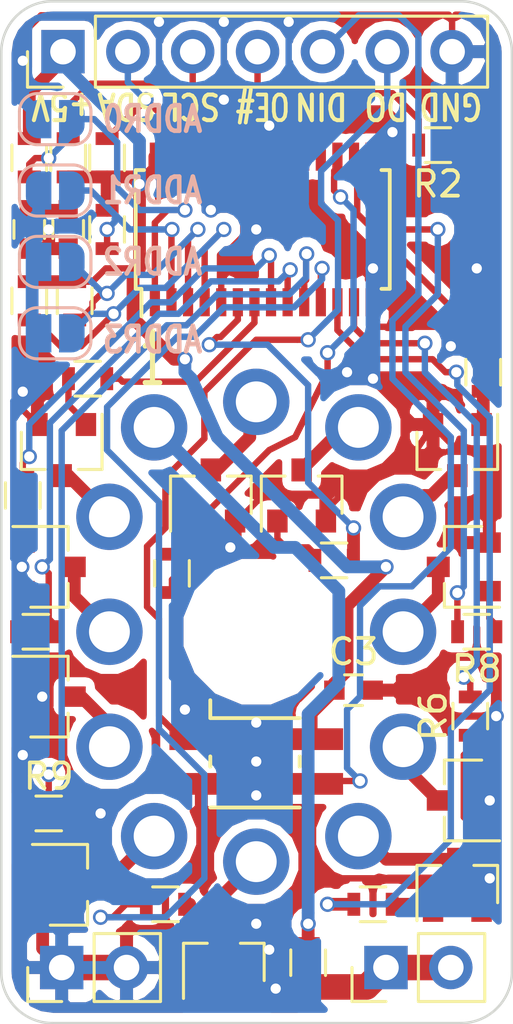
<source format=kicad_pcb>
(kicad_pcb (version 20171130) (host pcbnew "(5.0.2)-1")
  (layers (0 F.Cu signal hide) (31 B.Cu signal hide) (34 B.Paste user hide) (35 F.Paste user hide) (36 B.SilkS user hide) (37 F.SilkS user) (38 B.Mask user hide) (39 F.Mask user hide) (44 Edge.Cuts user))
  (net 0 "")
  (net 1 +5V)
  (net 2 GND)
  (net 3 /NIX_1)
  (net 4 /NIX_6)
  (net 5 /NIX_2)
  (net 6 /NIX_8)
  (net 7 /NIX_3)
  (net 8 /NIX_4)
  (net 9 /NIX_9)
  (net 10 /NIX_5)
  (net 11 /NIX_0)
  (net 12 /I2C_SDA)
  (net 13 /I2C_SCL)
  (net 14 +HV)
  (net 15 /NIX_7)
  (net 16 /NIX_1_G)
  (net 17 /NIX_6_G)
  (net 18 /NIX_2_G)
  (net 19 /NIX_7_G)
  (net 20 /NIX_3_G)
  (net 21 /NIX_8_G)
  (net 22 /NIX_4_G)
  (net 23 /NIX_9_G)
  (net 24 /NIX_5_G)
  (net 25 /NIX_0_G)
  (net 26 "Net-(R1-Pad2)")
  (net 27 "Net-(Q1-Pad1)")
  (net 28 "Net-(Q2-Pad1)")
  (net 29 "Net-(Q3-Pad1)")
  (net 30 "Net-(Q4-Pad1)")
  (net 31 "Net-(Q5-Pad1)")
  (net 32 "Net-(Q6-Pad1)")
  (net 33 "Net-(Q7-Pad1)")
  (net 34 "Net-(Q8-Pad1)")
  (net 35 "Net-(Q9-Pad1)")
  (net 36 "Net-(Q10-Pad1)")
  (net 37 /ADDR_0)
  (net 38 /ADDR_1)
  (net 39 /ADDR_2)
  (net 40 /ADDR_3)
  (net 41 /#OE)
  (net 42 /LED_DIN)
  (net 43 /LED_DOUT)
  (net 44 "Net-(Q11-Pad1)")
  (net 45 /NIX_DP)
  (net 46 /NIX_DP_G)
  (module R_SMD:R_0603 (layer F.Cu) (at 75.946 84.582 270)
    (fp_text reference R13 hide)
    (fp_text value 10k hide)
    (pad 2 smd rect (at 0.75 0 270) (size 0.5 0.9) (layers F.Cu F.Paste F.Mask) (net 46 /NIX_DP_G))
    (pad 1 smd rect (at -0.75 0 270) (size 0.5 0.9) (layers F.Cu F.Paste F.Mask) (net 44 "Net-(Q11-Pad1)"))
  )
  (module TO_SOT:SOT-23 (layer F.Cu) (at 77.978 99.822 90)
    (fp_text reference Q9)
    (fp_text value Q_NPN_BEC hide)
    (pad 1 smd rect (at -1 -0.95 90) (size 0.9 0.8) (layers F.Cu F.Paste F.Mask) (net 35 "Net-(Q9-Pad1)"))
    (pad 2 smd rect (at -1 0.95 90) (size 0.9 0.8) (layers F.Cu F.Paste F.Mask) (net 2 GND))
    (pad 3 smd rect (at 1 0 90) (size 0.9 0.8) (layers F.Cu F.Paste F.Mask) (net 10 /NIX_5))
  )
  (module FidgetSpinner:SK6812MINI (layer F.Cu) (at 79.248 91.948)
    (fp_text reference U1)
    (fp_text value SK6812mini hide)
    (pad 3 smd rect (at 2.15 0.875) (size 2.5 0.85) (layers F.Cu F.Paste F.Mask) (net 42 /LED_DIN))
    (pad 4 smd rect (at 2.15 -0.875) (size 2.5 0.85) (layers F.Cu F.Paste F.Mask) (net 1 +5V))
    (pad 2 smd rect (at -2.15 0.875) (size 2.5 0.85) (layers F.Cu F.Paste F.Mask) (net 2 GND))
    (pad 1 smd rect (at -2.15 -0.875) (size 2.5 0.85) (layers F.Cu F.Paste F.Mask) (net 43 /LED_DOUT))
  )
  (module TO_SOT:SOT-23 (layer F.Cu) (at 77.47 81.534 90)
    (fp_text reference Q11)
    (fp_text value Q_NPN_BEC hide)
    (pad 1 smd rect (at -1 -0.95 90) (size 0.9 0.8) (layers F.Cu F.Paste F.Mask) (net 44 "Net-(Q11-Pad1)"))
    (pad 2 smd rect (at -1 0.95 90) (size 0.9 0.8) (layers F.Cu F.Paste F.Mask) (net 2 GND))
    (pad 3 smd rect (at 1 0 90) (size 0.9 0.8) (layers F.Cu F.Paste F.Mask) (net 45 /NIX_DP))
  )
  (module TO_SOT:SOT-23 (layer F.Cu) (at 87.122 96.774 90)
    (fp_text reference Q2)
    (fp_text value Q_NPN_BEC hide)
    (pad 1 smd rect (at -1 -0.95 90) (size 0.9 0.8) (layers F.Cu F.Paste F.Mask) (net 28 "Net-(Q2-Pad1)"))
    (pad 2 smd rect (at -1 0.95 90) (size 0.9 0.8) (layers F.Cu F.Paste F.Mask) (net 2 GND))
    (pad 3 smd rect (at 1 0 90) (size 0.9 0.8) (layers F.Cu F.Paste F.Mask) (net 4 /NIX_6))
  )
  (module TO_SOT:SOT-23 (layer F.Cu) (at 71.12 84.328)
    (fp_text reference Q3)
    (fp_text value Q_NPN_BEC hide)
    (pad 1 smd rect (at -1 -0.95) (size 0.9 0.8) (layers F.Cu F.Paste F.Mask) (net 29 "Net-(Q3-Pad1)"))
    (pad 2 smd rect (at -1 0.95) (size 0.9 0.8) (layers F.Cu F.Paste F.Mask) (net 2 GND))
    (pad 3 smd rect (at 1 0) (size 0.9 0.8) (layers F.Cu F.Paste F.Mask) (net 5 /NIX_2))
  )
  (module TO_SOT:SOT-23 (layer F.Cu) (at 87.376 93.472 180)
    (fp_text reference Q4)
    (fp_text value Q_NPN_BEC hide)
    (pad 1 smd rect (at -1 -0.95 180) (size 0.9 0.8) (layers F.Cu F.Paste F.Mask) (net 30 "Net-(Q4-Pad1)"))
    (pad 2 smd rect (at -1 0.95 180) (size 0.9 0.8) (layers F.Cu F.Paste F.Mask) (net 2 GND))
    (pad 3 smd rect (at 1 0 180) (size 0.9 0.8) (layers F.Cu F.Paste F.Mask) (net 15 /NIX_7))
  )
  (module TO_SOT:SOT-23 (layer F.Cu) (at 71.12 89.408)
    (fp_text reference Q5)
    (fp_text value Q_NPN_BEC hide)
    (pad 1 smd rect (at -1 -0.95) (size 0.9 0.8) (layers F.Cu F.Paste F.Mask) (net 31 "Net-(Q5-Pad1)"))
    (pad 2 smd rect (at -1 0.95) (size 0.9 0.8) (layers F.Cu F.Paste F.Mask) (net 2 GND))
    (pad 3 smd rect (at 1 0) (size 0.9 0.8) (layers F.Cu F.Paste F.Mask) (net 7 /NIX_3))
  )
  (module TO_SOT:SOT-23 (layer F.Cu) (at 87.376 84.328 180)
    (fp_text reference Q6)
    (fp_text value Q_NPN_BEC hide)
    (pad 1 smd rect (at -1 -0.95 180) (size 0.9 0.8) (layers F.Cu F.Paste F.Mask) (net 32 "Net-(Q6-Pad1)"))
    (pad 2 smd rect (at -1 0.95 180) (size 0.9 0.8) (layers F.Cu F.Paste F.Mask) (net 2 GND))
    (pad 3 smd rect (at 1 0 180) (size 0.9 0.8) (layers F.Cu F.Paste F.Mask) (net 6 /NIX_8))
  )
  (module TO_SOT:SOT-23 (layer F.Cu) (at 71.882 96.774)
    (fp_text reference Q7)
    (fp_text value Q_NPN_BEC hide)
    (pad 1 smd rect (at -1 -0.95) (size 0.9 0.8) (layers F.Cu F.Paste F.Mask) (net 33 "Net-(Q7-Pad1)"))
    (pad 2 smd rect (at -1 0.95) (size 0.9 0.8) (layers F.Cu F.Paste F.Mask) (net 2 GND))
    (pad 3 smd rect (at 1 0) (size 0.9 0.8) (layers F.Cu F.Paste F.Mask) (net 8 /NIX_4))
  )
  (module TO_SOT:SOT-23 (layer F.Cu) (at 87.122 79.756 270)
    (fp_text reference Q8)
    (fp_text value Q_NPN_BEC hide)
    (pad 1 smd rect (at -1 -0.95 270) (size 0.9 0.8) (layers F.Cu F.Paste F.Mask) (net 34 "Net-(Q8-Pad1)"))
    (pad 2 smd rect (at -1 0.95 270) (size 0.9 0.8) (layers F.Cu F.Paste F.Mask) (net 2 GND))
    (pad 3 smd rect (at 1 0 270) (size 0.9 0.8) (layers F.Cu F.Paste F.Mask) (net 9 /NIX_9))
  )
  (module TO_SOT:SOT-23 (layer F.Cu) (at 71.628 79.756 270)
    (fp_text reference Q1 hide)
    (fp_text value Q_NPN_BEC hide)
    (pad 1 smd rect (at -1 -0.95 270) (size 0.9 0.8) (layers F.Cu F.Paste F.Mask) (net 27 "Net-(Q1-Pad1)"))
    (pad 2 smd rect (at -1 0.95 270) (size 0.9 0.8) (layers F.Cu F.Paste F.Mask) (net 2 GND))
    (pad 3 smd rect (at 1 0 270) (size 0.9 0.8) (layers F.Cu F.Paste F.Mask) (net 3 /NIX_1))
  )
  (module NixieKitLib:IN-12B (layer F.Cu) (at 79.248 86.868 180)
    (fp_text reference U2 hide)
    (fp_text value IN-12B hide)
    (fp_text user 1 (at 4.064 10.668 180) (layer F.SilkS) (effects (font (size 2 1) (thickness 0.2))))
    (pad 12 thru_hole circle (at 0 9 180) (size 2.6 2.6) (drill 1.6) (layers *.Cu *.Mask) (net 45 /NIX_DP))
    (pad 11 thru_hole circle (at -4 8 180) (size 2.6 2.6) (drill 1.6) (layers *.Cu *.Mask) (net 11 /NIX_0))
    (pad 10 thru_hole circle (at -5.75 4.5 180) (size 2.6 2.6) (drill 1.6) (layers *.Cu *.Mask) (net 9 /NIX_9))
    (pad 9 thru_hole circle (at -5.75 0 180) (size 2.6 2.6) (drill 1.6) (layers *.Cu *.Mask) (net 6 /NIX_8))
    (pad 8 thru_hole circle (at -5.75 -4.5 180) (size 2.6 2.6) (drill 1.6) (layers *.Cu *.Mask) (net 15 /NIX_7))
    (pad 7 thru_hole circle (at -4 -8 180) (size 2.6 2.6) (drill 1.6) (layers *.Cu *.Mask) (net 4 /NIX_6))
    (pad 6 thru_hole circle (at 0 -9 180) (size 2.6 2.6) (drill 1.6) (layers *.Cu *.Mask) (net 10 /NIX_5))
    (pad 5 thru_hole circle (at 4 -8 180) (size 2.6 2.6) (drill 1.6) (layers *.Cu *.Mask) (net 8 /NIX_4))
    (pad 4 thru_hole circle (at 5.75 -4.5 180) (size 2.6 2.6) (drill 1.6) (layers *.Cu *.Mask) (net 7 /NIX_3))
    (pad 3 thru_hole circle (at 5.75 0 180) (size 2.6 2.6) (drill 1.6) (layers *.Cu *.Mask) (net 5 /NIX_2))
    (pad 2 thru_hole circle (at 5.75 4.5 180) (size 2.6 2.6) (drill 1.6) (layers *.Cu *.Mask) (net 3 /NIX_1))
    (pad "" np_thru_hole circle (at 0 0 180) (size 5 5) (drill 5) (layers *.Cu *.Mask))
    (pad 1 thru_hole circle (at 4 8 180) (size 2.6 2.6) (drill 1.6) (layers *.Cu *.Mask) (net 26 "Net-(R1-Pad2)"))
  )
  (module Pin_Headers:Pin_Header_Straight_1x02_Pitch2.54mm (layer F.Cu) (at 71.628 100.0125 90)
    (fp_text reference J4 hide)
    (fp_text value CONN_01X02 hide)
    (pad 1 thru_hole rect (at 0 0 90) (size 1.7 1.7) (drill 1) (layers *.Cu *.Mask) (net 2 GND))
    (pad 2 thru_hole oval (at 0 2.54 90) (size 1.7 1.7) (drill 1) (layers *.Cu *.Mask) (net 2 GND))
  )
  (module Pin_Headers:Pin_Header_Straight_1x02_Pitch2.54mm (layer F.Cu) (at 84.328 100.0125 90)
    (fp_text reference J3 hide)
    (fp_text value CONN_01X02 hide)
    (pad 1 thru_hole rect (at 0 0 90) (size 1.7 1.7) (drill 1) (layers *.Cu *.Mask) (net 14 +HV))
    (pad 2 thru_hole oval (at 0 2.54 90) (size 1.7 1.7) (drill 1) (layers *.Cu *.Mask) (net 14 +HV))
  )
  (module TO_SOT:SOT-23 (layer F.Cu) (at 81.026 81.534 90)
    (fp_text reference Q10 hide)
    (fp_text value Q_NPN_BEC hide)
    (pad 1 smd rect (at -1 -0.95 90) (size 0.9 0.8) (layers F.Cu F.Paste F.Mask) (net 36 "Net-(Q10-Pad1)"))
    (pad 2 smd rect (at -1 0.95 90) (size 0.9 0.8) (layers F.Cu F.Paste F.Mask) (net 2 GND))
    (pad 3 smd rect (at 1 0 90) (size 0.9 0.8) (layers F.Cu F.Paste F.Mask) (net 11 /NIX_0))
  )
  (module Pin_Headers:Pin_Header_Straight_1x07_Pitch2.54mm (layer F.Cu) (at 71.6788 64.1604 90)
    (fp_text reference J1 hide)
    (fp_text value CONN_01X07 hide)
    (pad 1 thru_hole rect (at 0 0 90) (size 1.7 1.7) (drill 1) (layers *.Cu *.Mask) (net 1 +5V))
    (pad 2 thru_hole oval (at 0 2.54 90) (size 1.7 1.7) (drill 1) (layers *.Cu *.Mask) (net 12 /I2C_SDA))
    (pad 3 thru_hole oval (at 0 5.08 90) (size 1.7 1.7) (drill 1) (layers *.Cu *.Mask) (net 13 /I2C_SCL))
    (pad 4 thru_hole oval (at 0 7.62 90) (size 1.7 1.7) (drill 1) (layers *.Cu *.Mask) (net 41 /#OE))
    (pad 5 thru_hole oval (at 0 10.16 90) (size 1.7 1.7) (drill 1) (layers *.Cu *.Mask) (net 42 /LED_DIN))
    (pad 6 thru_hole oval (at 0 12.7 90) (size 1.7 1.7) (drill 1) (layers *.Cu *.Mask) (net 43 /LED_DOUT))
    (pad 7 thru_hole oval (at 0 15.24 90) (size 1.7 1.7) (drill 1) (layers *.Cu *.Mask) (net 2 GND))
  )
  (module Housings_SSOP:TSSOP-28_4.4x9.7mm_Pitch0.65mm (layer F.Cu) (at 79.502 71.12 90)
    (fp_text reference U3)
    (fp_text value PCA9685PW hide)
    (pad 1 smd rect (at -2.85 -4.225 90) (size 1.1 0.4) (layers F.Cu F.Paste F.Mask) (net 37 /ADDR_0))
    (pad 2 smd rect (at -2.85 -3.575 90) (size 1.1 0.4) (layers F.Cu F.Paste F.Mask) (net 38 /ADDR_1))
    (pad 3 smd rect (at -2.85 -2.925 90) (size 1.1 0.4) (layers F.Cu F.Paste F.Mask) (net 39 /ADDR_2))
    (pad 4 smd rect (at -2.85 -2.275 90) (size 1.1 0.4) (layers F.Cu F.Paste F.Mask) (net 40 /ADDR_3))
    (pad 5 smd rect (at -2.85 -1.625 90) (size 1.1 0.4) (layers F.Cu F.Paste F.Mask) (net 2 GND))
    (pad 6 smd rect (at -2.85 -0.975 90) (size 1.1 0.4) (layers F.Cu F.Paste F.Mask) (net 25 /NIX_0_G))
    (pad 7 smd rect (at -2.85 -0.325 90) (size 1.1 0.4) (layers F.Cu F.Paste F.Mask) (net 16 /NIX_1_G))
    (pad 8 smd rect (at -2.85 0.325 90) (size 1.1 0.4) (layers F.Cu F.Paste F.Mask) (net 18 /NIX_2_G))
    (pad 9 smd rect (at -2.85 0.975 90) (size 1.1 0.4) (layers F.Cu F.Paste F.Mask) (net 20 /NIX_3_G))
    (pad 10 smd rect (at -2.85 1.625 90) (size 1.1 0.4) (layers F.Cu F.Paste F.Mask) (net 22 /NIX_4_G))
    (pad 11 smd rect (at -2.85 2.275 90) (size 1.1 0.4) (layers F.Cu F.Paste F.Mask) (net 24 /NIX_5_G))
    (pad 12 smd rect (at -2.85 2.925 90) (size 1.1 0.4) (layers F.Cu F.Paste F.Mask) (net 17 /NIX_6_G))
    (pad 13 smd rect (at -2.85 3.575 90) (size 1.1 0.4) (layers F.Cu F.Paste F.Mask) (net 19 /NIX_7_G))
    (pad 14 smd rect (at -2.85 4.225 90) (size 1.1 0.4) (layers F.Cu F.Paste F.Mask) (net 2 GND))
    (pad 15 smd rect (at 2.85 4.225 90) (size 1.1 0.4) (layers F.Cu F.Paste F.Mask) (net 21 /NIX_8_G))
    (pad 16 smd rect (at 2.85 3.575 90) (size 1.1 0.4) (layers F.Cu F.Paste F.Mask) (net 23 /NIX_9_G))
    (pad 17 smd rect (at 2.85 2.925 90) (size 1.1 0.4) (layers F.Cu F.Paste F.Mask) (net 46 /NIX_DP_G))
    (pad 18 smd rect (at 2.85 2.275 90) (size 1.1 0.4) (layers F.Cu F.Paste F.Mask))
    (pad 19 smd rect (at 2.85 1.625 90) (size 1.1 0.4) (layers F.Cu F.Paste F.Mask))
    (pad 20 smd rect (at 2.85 0.975 90) (size 1.1 0.4) (layers F.Cu F.Paste F.Mask))
    (pad 21 smd rect (at 2.85 0.325 90) (size 1.1 0.4) (layers F.Cu F.Paste F.Mask))
    (pad 22 smd rect (at 2.85 -0.325 90) (size 1.1 0.4) (layers F.Cu F.Paste F.Mask))
    (pad 23 smd rect (at 2.85 -0.975 90) (size 1.1 0.4) (layers F.Cu F.Paste F.Mask) (net 41 /#OE))
    (pad 24 smd rect (at 2.85 -1.625 90) (size 1.1 0.4) (layers F.Cu F.Paste F.Mask) (net 2 GND))
    (pad 25 smd rect (at 2.85 -2.275 90) (size 1.1 0.4) (layers F.Cu F.Paste F.Mask) (net 2 GND))
    (pad 26 smd rect (at 2.85 -2.925 90) (size 1.1 0.4) (layers F.Cu F.Paste F.Mask) (net 13 /I2C_SCL))
    (pad 27 smd rect (at 2.85 -3.575 90) (size 1.1 0.4) (layers F.Cu F.Paste F.Mask) (net 12 /I2C_SDA))
    (pad 28 smd rect (at 2.85 -4.225 90) (size 1.1 0.4) (layers F.Cu F.Paste F.Mask) (net 1 +5V))
  )
  (module Jumper:SolderJumper-2_P1.3mm_Open_RoundedPad1.0x1.5mm (layer B.Cu) (at 71.374 66.802 180)
    (fp_text reference JP1 hide)
    (fp_text value SolderJumper_2_Open)
    (pad 2 smd custom (at 0.65 0 180) (size 1 0.5) (layers B.Cu B.Mask) (net 2 GND) (options (clearance outline) (anchor rect)) (primitives (gr_circle (center 0 -0.25) (end 0.5 -0.25) (width 0)) (gr_circle (center 0 0.25) (end 0.5 0.25) (width 0)) (gr_poly (pts (xy 0 0.75) (xy -0.5 0.75) (xy -0.5 -0.75) (xy 0 -0.75)) (width 0))))
    (pad 1 smd custom (at -0.65 0 180) (size 1 0.5) (layers B.Cu B.Mask) (net 37 /ADDR_0) (options (clearance outline) (anchor rect)) (primitives (gr_circle (center 0 -0.25) (end 0.5 -0.25) (width 0)) (gr_circle (center 0 0.25) (end 0.5 0.25) (width 0)) (gr_poly (pts (xy 0 0.75) (xy 0.5 0.75) (xy 0.5 -0.75) (xy 0 -0.75)) (width 0))))
  )
  (module Jumper:SolderJumper-2_P1.3mm_Open_RoundedPad1.0x1.5mm (layer B.Cu) (at 71.374 69.596 180)
    (fp_text reference JP2 hide)
    (fp_text value SolderJumper_2_Open)
    (pad 1 smd custom (at -0.65 0 180) (size 1 0.5) (layers B.Cu B.Mask) (net 38 /ADDR_1) (options (clearance outline) (anchor rect)) (primitives (gr_circle (center 0 -0.25) (end 0.5 -0.25) (width 0)) (gr_circle (center 0 0.25) (end 0.5 0.25) (width 0)) (gr_poly (pts (xy 0 0.75) (xy 0.5 0.75) (xy 0.5 -0.75) (xy 0 -0.75)) (width 0))))
    (pad 2 smd custom (at 0.65 0 180) (size 1 0.5) (layers B.Cu B.Mask) (net 2 GND) (options (clearance outline) (anchor rect)) (primitives (gr_circle (center 0 -0.25) (end 0.5 -0.25) (width 0)) (gr_circle (center 0 0.25) (end 0.5 0.25) (width 0)) (gr_poly (pts (xy 0 0.75) (xy -0.5 0.75) (xy -0.5 -0.75) (xy 0 -0.75)) (width 0))))
  )
  (module Jumper:SolderJumper-2_P1.3mm_Open_RoundedPad1.0x1.5mm (layer B.Cu) (at 71.374 75.184 180)
    (fp_text reference JP4 hide)
    (fp_text value SolderJumper_2_Open)
    (pad 2 smd custom (at 0.65 0 180) (size 1 0.5) (layers B.Cu B.Mask) (net 2 GND) (options (clearance outline) (anchor rect)) (primitives (gr_circle (center 0 -0.25) (end 0.5 -0.25) (width 0)) (gr_circle (center 0 0.25) (end 0.5 0.25) (width 0)) (gr_poly (pts (xy 0 0.75) (xy -0.5 0.75) (xy -0.5 -0.75) (xy 0 -0.75)) (width 0))))
    (pad 1 smd custom (at -0.65 0 180) (size 1 0.5) (layers B.Cu B.Mask) (net 40 /ADDR_3) (options (clearance outline) (anchor rect)) (primitives (gr_circle (center 0 -0.25) (end 0.5 -0.25) (width 0)) (gr_circle (center 0 0.25) (end 0.5 0.25) (width 0)) (gr_poly (pts (xy 0 0.75) (xy 0.5 0.75) (xy 0.5 -0.75) (xy 0 -0.75)) (width 0))))
  )
  (module C_SMD:C_0603 (layer F.Cu) (at 70.358 71.12 270)
    (fp_text reference C1 hide)
    (fp_text value 47u hide)
    (pad 1 smd rect (at -0.75 0 270) (size 0.8 0.75) (layers F.Cu F.Paste F.Mask) (net 1 +5V))
    (pad 2 smd rect (at 0.75 0 270) (size 0.8 0.75) (layers F.Cu F.Paste F.Mask) (net 2 GND))
  )
  (module C_SMD:C_0603 (layer F.Cu) (at 71.882 71.12 270)
    (fp_text reference C2 hide)
    (fp_text value 100n hide)
    (pad 2 smd rect (at 0.75 0 270) (size 0.8 0.75) (layers F.Cu F.Paste F.Mask) (net 2 GND))
    (pad 1 smd rect (at -0.75 0 270) (size 0.8 0.75) (layers F.Cu F.Paste F.Mask) (net 1 +5V))
  )
  (module C_SMD:C_0603 (layer F.Cu) (at 83.058 89.154)
    (fp_text reference C3 (at 0 -1.5) (layer F.SilkS))
    (fp_text value 47u hide)
    (pad 1 smd rect (at -0.75 0) (size 0.8 0.75) (layers F.Cu F.Paste F.Mask) (net 1 +5V))
    (pad 2 smd rect (at 0.75 0) (size 0.8 0.75) (layers F.Cu F.Paste F.Mask) (net 2 GND))
  )
  (module R_SMD:R_0603 (layer F.Cu) (at 81.28 99.822 90)
    (fp_text reference R1 hide)
    (fp_text value R hide)
    (pad 1 smd rect (at -0.75 0 90) (size 0.5 0.9) (layers F.Cu F.Paste F.Mask) (net 14 +HV))
    (pad 2 smd rect (at 0.75 0 90) (size 0.5 0.9) (layers F.Cu F.Paste F.Mask) (net 26 "Net-(R1-Pad2)"))
  )
  (module R_SMD:R_0603 (layer F.Cu) (at 86.36 67.818 180)
    (fp_text reference R2 (at 0 -1.524 180) (layer F.SilkS))
    (fp_text value R hide)
    (pad 1 smd rect (at -0.75 0 180) (size 0.5 0.9) (layers F.Cu F.Paste F.Mask) (net 2 GND))
    (pad 2 smd rect (at 0.75 0 180) (size 0.5 0.9) (layers F.Cu F.Paste F.Mask) (net 41 /#OE))
  )
  (module R_SMD:R_0603 (layer F.Cu) (at 72.644 76.962)
    (fp_text reference R3 hide)
    (fp_text value 10k hide)
    (pad 2 smd rect (at 0.75 0) (size 0.5 0.9) (layers F.Cu F.Paste F.Mask) (net 16 /NIX_1_G))
    (pad 1 smd rect (at -0.75 0) (size 0.5 0.9) (layers F.Cu F.Paste F.Mask) (net 27 "Net-(Q1-Pad1)"))
  )
  (module R_SMD:R_0603 (layer F.Cu) (at 83.82 97.536 180)
    (fp_text reference R4 hide)
    (fp_text value 10k hide)
    (pad 2 smd rect (at 0.75 0 180) (size 0.5 0.9) (layers F.Cu F.Paste F.Mask) (net 17 /NIX_6_G))
    (pad 1 smd rect (at -0.75 0 180) (size 0.5 0.9) (layers F.Cu F.Paste F.Mask) (net 28 "Net-(Q2-Pad1)"))
  )
  (module R_SMD:R_0603 (layer F.Cu) (at 70.104 81.534 90)
    (fp_text reference R5 hide)
    (fp_text value 10k hide)
    (pad 1 smd rect (at -0.75 0 90) (size 0.5 0.9) (layers F.Cu F.Paste F.Mask) (net 29 "Net-(Q3-Pad1)"))
    (pad 2 smd rect (at 0.75 0 90) (size 0.5 0.9) (layers F.Cu F.Paste F.Mask) (net 18 /NIX_2_G))
  )
  (module R_SMD:R_0603 (layer F.Cu) (at 87.63 90.17 90)
    (fp_text reference R6 (at 0 -1.45 90) (layer F.SilkS))
    (fp_text value 10k hide)
    (pad 1 smd rect (at -0.75 0 90) (size 0.5 0.9) (layers F.Cu F.Paste F.Mask) (net 30 "Net-(Q4-Pad1)"))
    (pad 2 smd rect (at 0.75 0 90) (size 0.5 0.9) (layers F.Cu F.Paste F.Mask) (net 19 /NIX_7_G))
  )
  (module R_SMD:R_0603 (layer F.Cu) (at 70.612 86.868)
    (fp_text reference R7 hide)
    (fp_text value 10k hide)
    (pad 2 smd rect (at 0.75 0) (size 0.5 0.9) (layers F.Cu F.Paste F.Mask) (net 20 /NIX_3_G))
    (pad 1 smd rect (at -0.75 0) (size 0.5 0.9) (layers F.Cu F.Paste F.Mask) (net 31 "Net-(Q5-Pad1)"))
  )
  (module R_SMD:R_0603 (layer F.Cu) (at 87.884 86.868 180)
    (fp_text reference R8 (at 0 -1.45 180) (layer F.SilkS))
    (fp_text value 10k hide)
    (pad 2 smd rect (at 0.75 0 180) (size 0.5 0.9) (layers F.Cu F.Paste F.Mask) (net 21 /NIX_8_G))
    (pad 1 smd rect (at -0.75 0 180) (size 0.5 0.9) (layers F.Cu F.Paste F.Mask) (net 32 "Net-(Q6-Pad1)"))
  )
  (module R_SMD:R_0603 (layer F.Cu) (at 71.12 93.98)
    (fp_text reference R9 (at 0 -1.45) (layer F.SilkS))
    (fp_text value 10k hide)
    (pad 1 smd rect (at -0.75 0) (size 0.5 0.9) (layers F.Cu F.Paste F.Mask) (net 33 "Net-(Q7-Pad1)"))
    (pad 2 smd rect (at 0.75 0) (size 0.5 0.9) (layers F.Cu F.Paste F.Mask) (net 22 /NIX_4_G))
  )
  (module R_SMD:R_0603 (layer F.Cu) (at 88.138 76.708 90)
    (fp_text reference R10 hide)
    (fp_text value 10k hide)
    (pad 1 smd rect (at -0.75 0 90) (size 0.5 0.9) (layers F.Cu F.Paste F.Mask) (net 34 "Net-(Q8-Pad1)"))
    (pad 2 smd rect (at 0.75 0 90) (size 0.5 0.9) (layers F.Cu F.Paste F.Mask) (net 23 /NIX_9_G))
  )
  (module R_SMD:R_0603 (layer F.Cu) (at 75.692 97.536 180)
    (fp_text reference R11 hide)
    (fp_text value 10k hide)
    (pad 2 smd rect (at 0.75 0 180) (size 0.5 0.9) (layers F.Cu F.Paste F.Mask) (net 24 /NIX_5_G))
    (pad 1 smd rect (at -0.75 0 180) (size 0.5 0.9) (layers F.Cu F.Paste F.Mask) (net 35 "Net-(Q9-Pad1)"))
  )
  (module R_SMD:R_0603 (layer F.Cu) (at 82.296 84.074)
    (fp_text reference R12)
    (fp_text value 10k hide)
    (pad 2 smd rect (at 0.75 0) (size 0.5 0.9) (layers F.Cu F.Paste F.Mask) (net 25 /NIX_0_G))
    (pad 1 smd rect (at -0.75 0) (size 0.5 0.9) (layers F.Cu F.Paste F.Mask) (net 36 "Net-(Q10-Pad1)"))
  )
  (module R_SMD:R_0603 (layer F.Cu) (at 70.358 68.314 90)
    (fp_text reference R14 hide)
    (fp_text value R hide)
    (pad 1 smd rect (at -0.75 0 90) (size 0.5 0.9) (layers F.Cu F.Paste F.Mask) (net 37 /ADDR_0))
    (pad 2 smd rect (at 0.75 0 90) (size 0.5 0.9) (layers F.Cu F.Paste F.Mask) (net 1 +5V))
  )
  (module R_SMD:R_0603 (layer F.Cu) (at 73.406 71.12 90)
    (fp_text reference R15 hide)
    (fp_text value R hide)
    (pad 1 smd rect (at -0.75 0 90) (size 0.5 0.9) (layers F.Cu F.Paste F.Mask) (net 38 /ADDR_1))
    (pad 2 smd rect (at 0.75 0 90) (size 0.5 0.9) (layers F.Cu F.Paste F.Mask) (net 1 +5V))
  )
  (module R_SMD:R_0603 (layer F.Cu) (at 72.136 73.914 90)
    (fp_text reference R16 hide)
    (fp_text value R hide)
    (pad 1 smd rect (at -0.75 0 90) (size 0.5 0.9) (layers F.Cu F.Paste F.Mask) (net 39 /ADDR_2))
    (pad 2 smd rect (at 0.75 0 90) (size 0.5 0.9) (layers F.Cu F.Paste F.Mask) (net 1 +5V))
  )
  (module R_SMD:R_0603 (layer F.Cu) (at 70.358 73.914 90)
    (fp_text reference R17 hide)
    (fp_text value R hide)
    (pad 2 smd rect (at 0.75 0 90) (size 0.5 0.9) (layers F.Cu F.Paste F.Mask) (net 1 +5V))
    (pad 1 smd rect (at -0.75 0 90) (size 0.5 0.9) (layers F.Cu F.Paste F.Mask) (net 40 /ADDR_3))
  )
  (module R_SMD:R_0603 (layer F.Cu) (at 71.882 68.314 270)
    (fp_text reference R18 hide)
    (fp_text value R hide)
    (pad 1 smd rect (at -0.75 0 270) (size 0.5 0.9) (layers F.Cu F.Paste F.Mask) (net 13 /I2C_SCL))
    (pad 2 smd rect (at 0.75 0 270) (size 0.5 0.9) (layers F.Cu F.Paste F.Mask) (net 1 +5V))
  )
  (module R_SMD:R_0603 (layer F.Cu) (at 73.406 68.314 270)
    (fp_text reference R19 hide)
    (fp_text value R hide)
    (pad 2 smd rect (at 0.75 0 270) (size 0.5 0.9) (layers F.Cu F.Paste F.Mask) (net 1 +5V))
    (pad 1 smd rect (at -0.75 0 270) (size 0.5 0.9) (layers F.Cu F.Paste F.Mask) (net 12 /I2C_SDA))
  )
  (module Jumper:SolderJumper-2_P1.3mm_Open_RoundedPad1.0x1.5mm (layer B.Cu) (at 71.374 72.39 180)
    (fp_text reference JP3 hide)
    (fp_text value SolderJumper_2_Open)
    (pad 1 smd custom (at -0.65 0 180) (size 1 0.5) (layers B.Cu B.Mask) (net 39 /ADDR_2) (options (clearance outline) (anchor rect)) (primitives (gr_circle (center 0 -0.25) (end 0.5 -0.25) (width 0)) (gr_circle (center 0 0.25) (end 0.5 0.25) (width 0)) (gr_poly (pts (xy 0 0.75) (xy 0.5 0.75) (xy 0.5 -0.75) (xy 0 -0.75)) (width 0))))
    (pad 2 smd custom (at 0.65 0 180) (size 1 0.5) (layers B.Cu B.Mask) (net 2 GND) (options (clearance outline) (anchor rect)) (primitives (gr_circle (center 0 -0.25) (end 0.5 -0.25) (width 0)) (gr_circle (center 0 0.25) (end 0.5 0.25) (width 0)) (gr_poly (pts (xy 0 0.75) (xy -0.5 0.75) (xy -0.5 -0.75) (xy 0 -0.75)) (width 0))))
  )
  (gr_text ADDR3 (at 75.184 75.438) (layer B.SilkS) (effects (font (size 1 0.8) (thickness 0.18)) (justify mirror)))
  (gr_text ADDR2 (at 75.184 72.39) (layer B.SilkS) (effects (font (size 1 0.8) (thickness 0.18)) (justify mirror)))
  (gr_text ADDR1 (at 75.184 69.596) (layer B.SilkS) (effects (font (size 1 0.8) (thickness 0.18)) (justify mirror)))
  (gr_text ADDR0 (at 75.184 66.802) (layer B.SilkS) (effects (font (size 1 0.8) (thickness 0.18)) (justify mirror)))
  (gr_line (start 89.262 64.187999) (end 89.262 100.188) (layer Edge.Cuts) (width 0.1))
  (gr_arc (start 71.262 100.188) (end 69.262 100.188) (angle -90) (layer Edge.Cuts) (width 0.1))
  (gr_line (start 87.262 102.188) (end 71.262 102.188) (layer Edge.Cuts) (width 0.1))
  (gr_line (start 69.262 100.188) (end 69.262 64.187999) (layer Edge.Cuts) (width 0.1))
  (gr_arc (start 87.262 100.188) (end 87.262 102.188) (angle -90) (layer Edge.Cuts) (width 0.1))
  (gr_text GND (at 86.868 66.294 180) (layer F.SilkS) (effects (font (size 1 0.8) (thickness 0.16))))
  (gr_text DO (at 84.328 66.294 180) (layer F.SilkS) (effects (font (size 1 0.8) (thickness 0.16))))
  (gr_text DIN (at 81.788 66.294 180) (layer F.SilkS) (effects (font (size 1 0.8) (thickness 0.16))))
  (gr_text OE# (at 79.502 66.294 180) (layer F.SilkS) (effects (font (size 1 0.7))))
  (gr_text +5V (at 70.358 66.294 180) (layer F.SilkS) (effects (font (size 1 0.8) (thickness 0.16)) (justify right)))
  (gr_text SDA (at 74.168 66.294 180) (layer F.SilkS) (effects (font (size 1 0.8) (thickness 0.16))))
  (gr_text SCL (at 76.708 66.294 180) (layer F.SilkS) (effects (font (size 1 0.8) (thickness 0.16))))
  (gr_arc (start 87.262 64.187999) (end 89.262 64.187999) (angle -90) (layer Edge.Cuts) (width 0.1))
  (gr_line (start 71.262 62.187999) (end 87.262 62.187999) (layer Edge.Cuts) (width 0.1))
  (gr_arc (start 71.262 64.187999) (end 71.262 62.187999) (angle -90) (layer Edge.Cuts) (width 0.1))
  (via (at 84.328 84.328) (size 0.6) (drill 0.4) (layers F.Cu B.Cu) (net 1))
  (segment (start 74.975999 69.042001) (end 74.676 69.342) (width 0.5) (layer F.Cu) (net 1))
  (segment (start 75.277 68.741) (end 74.975999 69.042001) (width 0.5) (layer F.Cu) (net 1))
  (segment (start 75.277 68.27) (end 75.277 68.741) (width 0.5) (layer F.Cu) (net 1))
  (via (at 74.676 69.342) (size 0.6) (drill 0.4) (layers F.Cu B.Cu) (net 1))
  (segment (start 72.136 73.164) (end 70.358 73.164) (width 0.5) (layer F.Cu) (net 1))
  (segment (start 70.358 70.37) (end 71.882 70.37) (width 0.5) (layer F.Cu) (net 1))
  (segment (start 71.882 70.37) (end 71.882 69.064) (width 0.5) (layer F.Cu) (net 1))
  (segment (start 71.882 69.064) (end 73.406 69.064) (width 0.5) (layer F.Cu) (net 1))
  (segment (start 74.398 69.064) (end 74.676 69.342) (width 0.5) (layer F.Cu) (net 1))
  (segment (start 73.406 69.064) (end 74.398 69.064) (width 0.5) (layer F.Cu) (net 1))
  (segment (start 73.406 70.37) (end 73.406 69.064) (width 0.5) (layer F.Cu) (net 1))
  (segment (start 71.6788 64.1604) (end 71.6788 64.4652) (width 0.5) (layer F.Cu) (net 1))
  (segment (start 70.358 65.786) (end 70.358 67.564) (width 0.5) (layer F.Cu) (net 1))
  (segment (start 71.6788 64.4652) (end 70.358 65.786) (width 0.5) (layer F.Cu) (net 1))
  (segment (start 74.676 71.12) (end 74.676 69.342) (width 0.5) (layer F.Cu) (net 1))
  (segment (start 74.422 72.898) (end 74.676 72.644) (width 0.5) (layer F.Cu) (net 1))
  (segment (start 74.676 72.644) (end 74.676 71.12) (width 0.5) (layer F.Cu) (net 1))
  (segment (start 72.836 73.164) (end 73.356 72.644) (width 0.25) (layer F.Cu) (net 1))
  (segment (start 72.136 73.164) (end 72.836 73.164) (width 0.25) (layer F.Cu) (net 1))
  (segment (start 74.168 72.644) (end 74.422 72.898) (width 0.25) (layer F.Cu) (net 1))
  (segment (start 74.168 72.644) (end 74.676 72.644) (width 0.25) (layer F.Cu) (net 1))
  (segment (start 73.356 72.644) (end 74.168 72.644) (width 0.25) (layer F.Cu) (net 1))
  (segment (start 81.398 90.064) (end 82.308 89.154) (width 0.5) (layer F.Cu) (net 1))
  (segment (start 81.398 91.073) (end 81.398 90.064) (width 0.5) (layer F.Cu) (net 1))
  (segment (start 82.308 88.912) (end 82.308 89.154) (width 0.5) (layer F.Cu) (net 1))
  (segment (start 82.296 88.9) (end 82.308 88.912) (width 0.5) (layer F.Cu) (net 1))
  (segment (start 82.804 88.392) (end 82.296 88.9) (width 0.5) (layer F.Cu) (net 1))
  (segment (start 84.328 84.328) (end 82.804 85.852) (width 0.5) (layer F.Cu) (net 1))
  (segment (start 82.804 85.852) (end 82.804 88.392) (width 0.5) (layer F.Cu) (net 1))
  (segment (start 71.6788 64.660804) (end 74.676 67.658004) (width 0.5) (layer B.Cu) (net 1))
  (segment (start 74.676 67.658004) (end 74.676 68.917736) (width 0.5) (layer B.Cu) (net 1))
  (segment (start 71.6788 64.5668) (end 71.6788 64.660804) (width 0.5) (layer B.Cu) (net 1))
  (segment (start 74.676 68.917736) (end 74.676 69.342) (width 0.5) (layer B.Cu) (net 1))
  (segment (start 84.328 84.328) (end 82.804 84.328) (width 0.5) (layer B.Cu) (net 1))
  (segment (start 82.804 84.328) (end 77.724 79.248) (width 0.5) (layer B.Cu) (net 1))
  (segment (start 77.724 79.248) (end 76.708 76.962) (width 0.5) (layer B.Cu) (net 1))
  (segment (start 76.454 76.708) (end 76.454 76.624264) (width 0.5) (layer B.Cu) (net 1))
  (segment (start 74.422 74.592264) (end 76.029736 76.2) (width 0.5) (layer F.Cu) (net 1))
  (segment (start 74.422 72.898) (end 74.422 74.592264) (width 0.5) (layer F.Cu) (net 1))
  (segment (start 76.029736 76.2) (end 76.454 76.2) (width 0.5) (layer F.Cu) (net 1))
  (segment (start 76.708 76.962) (end 76.454 76.708) (width 0.5) (layer B.Cu) (net 1))
  (segment (start 76.454 76.624264) (end 76.454 76.2) (width 0.5) (layer B.Cu) (net 1))
  (via (at 76.454 76.2) (size 0.6) (drill 0.4) (layers F.Cu B.Cu) (net 1))
  (segment (start 70.47 76.312) (end 70.47 75.692) (width 0.25) (layer B.Cu) (net 2))
  (segment (start 77.877 68.27) (end 77.227 68.27) (width 0.25) (layer F.Cu) (net 2))
  (segment (start 70.816198 62.738) (end 70.104 63.450198) (width 0.25) (layer F.Cu) (net 2))
  (segment (start 77.978 63.246) (end 77.47 62.738) (width 0.25) (layer F.Cu) (net 2))
  (via (at 70.104 64.516) (size 0.6) (drill 0.4) (layers F.Cu B.Cu) (net 2))
  (segment (start 70.104 63.450198) (end 70.104 64.516) (width 0.25) (layer F.Cu) (net 2))
  (segment (start 78.486 62.738) (end 77.978 63.246) (width 0.25) (layer F.Cu) (net 2))
  (segment (start 86.9188 62.958319) (end 86.698481 62.738) (width 0.25) (layer F.Cu) (net 2))
  (segment (start 86.9188 64.1604) (end 86.9188 62.958319) (width 0.25) (layer F.Cu) (net 2))
  (segment (start 71.628 100.0125) (end 74.168 100.0125) (width 1) (layer F.Cu) (net 2))
  (segment (start 77.877 69.749) (end 77.877 68.27) (width 0.25) (layer F.Cu) (net 2))
  (segment (start 78.74 70.612) (end 77.877 69.749) (width 0.25) (layer F.Cu) (net 2))
  (segment (start 78.74 71.374) (end 78.74 70.612) (width 0.25) (layer F.Cu) (net 2))
  (segment (start 77.877 73.97) (end 77.877 72.237) (width 0.25) (layer F.Cu) (net 2))
  (segment (start 77.877 72.237) (end 78.74 71.374) (width 0.25) (layer F.Cu) (net 2))
  (segment (start 87.122 74.168) (end 86.36 74.93) (width 0.25) (layer B.Cu) (net 2))
  (segment (start 87.122 65.565681) (end 87.122 74.168) (width 0.25) (layer B.Cu) (net 2))
  (segment (start 86.9188 64.1604) (end 86.9188 65.362481) (width 0.25) (layer B.Cu) (net 2))
  (segment (start 86.9188 65.362481) (end 87.122 65.565681) (width 0.25) (layer B.Cu) (net 2))
  (segment (start 70.17 90.358) (end 70.12 90.358) (width 0.25) (layer F.Cu) (net 2))
  (segment (start 70.17 90.358) (end 70.866 89.662) (width 0.25) (layer F.Cu) (net 2))
  (via (at 70.866 89.408) (size 0.6) (drill 0.4) (layers F.Cu B.Cu) (net 2))
  (segment (start 70.866 89.662) (end 70.866 89.408) (width 0.25) (layer F.Cu) (net 2))
  (segment (start 70.866 88.983736) (end 70.104 88.221736) (width 0.25) (layer B.Cu) (net 2))
  (segment (start 70.866 89.408) (end 70.866 88.983736) (width 0.25) (layer B.Cu) (net 2))
  (via (at 70.065997 84.328) (size 0.6) (drill 0.4) (layers F.Cu B.Cu) (net 2))
  (segment (start 70.104 88.221736) (end 70.104 84.366003) (width 0.25) (layer B.Cu) (net 2))
  (segment (start 70.104 84.366003) (end 70.065997 84.328) (width 0.25) (layer B.Cu) (net 2))
  (segment (start 70.065997 85.223997) (end 70.12 85.278) (width 0.25) (layer F.Cu) (net 2))
  (segment (start 70.065997 84.328) (end 70.065997 85.223997) (width 0.25) (layer F.Cu) (net 2))
  (segment (start 69.732999 83.995002) (end 69.732999 77.841001) (width 0.25) (layer B.Cu) (net 2))
  (segment (start 70.065997 84.328) (end 69.732999 83.995002) (width 0.25) (layer B.Cu) (net 2))
  (via (at 70.104 77.47) (size 0.6) (drill 0.4) (layers F.Cu B.Cu) (net 2))
  (segment (start 69.732999 77.841001) (end 70.104 77.47) (width 0.25) (layer B.Cu) (net 2))
  (segment (start 70.104 78.182) (end 70.678 78.756) (width 0.25) (layer F.Cu) (net 2))
  (segment (start 70.104 77.47) (end 70.104 78.182) (width 0.25) (layer F.Cu) (net 2))
  (segment (start 81.976 82.534) (end 81.976 82.484) (width 0.25) (layer F.Cu) (net 2))
  (segment (start 85.852 79.248) (end 86.172 78.756) (width 0.25) (layer F.Cu) (net 2))
  (segment (start 81.976 82.108) (end 83.058 81.026) (width 0.25) (layer F.Cu) (net 2))
  (segment (start 81.976 82.484) (end 81.976 82.108) (width 0.25) (layer F.Cu) (net 2))
  (segment (start 83.058 81.026) (end 83.495002 81.026) (width 0.25) (layer F.Cu) (net 2))
  (segment (start 83.495002 81.026) (end 84.836 80.264) (width 0.25) (layer F.Cu) (net 2))
  (segment (start 84.836 80.264) (end 85.344 80.01) (width 0.25) (layer F.Cu) (net 2))
  (segment (start 85.344 80.01) (end 85.852 79.248) (width 0.25) (layer F.Cu) (net 2))
  (via (at 83.82 72.644) (size 0.6) (drill 0.4) (layers F.Cu B.Cu) (net 2))
  (segment (start 83.82 73.877) (end 83.727 73.97) (width 0.25) (layer F.Cu) (net 2))
  (segment (start 83.82 72.644) (end 83.82 73.877) (width 0.25) (layer F.Cu) (net 2))
  (segment (start 83.727 74.77) (end 83.727 73.97) (width 0.25) (layer F.Cu) (net 2))
  (segment (start 86.36 74.93) (end 83.887 74.93) (width 0.25) (layer F.Cu) (net 2))
  (segment (start 83.887 74.93) (end 83.727 74.77) (width 0.25) (layer F.Cu) (net 2))
  (segment (start 75.438 62.738) (end 75.438 62.992) (width 0.25) (layer F.Cu) (net 2))
  (segment (start 75.438 62.738) (end 70.816198 62.738) (width 0.25) (layer F.Cu) (net 2))
  (segment (start 77.47 62.738) (end 75.438 62.738) (width 0.25) (layer F.Cu) (net 2))
  (via (at 75.438 62.992) (size 0.6) (drill 0.4) (layers F.Cu B.Cu) (net 2))
  (segment (start 80.518 62.738) (end 80.518 62.992) (width 0.25) (layer F.Cu) (net 2))
  (segment (start 80.518 62.738) (end 78.486 62.738) (width 0.25) (layer F.Cu) (net 2))
  (segment (start 86.698481 62.738) (end 80.518 62.738) (width 0.25) (layer F.Cu) (net 2))
  (via (at 80.518 62.992) (size 0.6) (drill 0.4) (layers F.Cu B.Cu) (net 2))
  (segment (start 77.978 63.246) (end 77.978 62.992) (width 0.25) (layer F.Cu) (net 2))
  (via (at 77.978 62.992) (size 0.6) (drill 0.4) (layers F.Cu B.Cu) (net 2))
  (segment (start 83.82 72.644) (end 84.119999 72.943999) (width 0.25) (layer B.Cu) (net 2))
  (segment (start 84.119999 72.943999) (end 84.582 73.406) (width 0.25) (layer B.Cu) (net 2))
  (segment (start 84.582 73.406) (end 84.836 73.406) (width 0.25) (layer B.Cu) (net 2))
  (segment (start 70.47 77.104) (end 70.104 77.47) (width 0.5) (layer B.Cu) (net 2))
  (segment (start 70.47 75.692) (end 70.47 77.104) (width 0.5) (layer B.Cu) (net 2))
  (segment (start 80.518 62.992) (end 80.518 66.548) (width 0.25) (layer B.Cu) (net 2))
  (segment (start 77.978 62.992) (end 77.978 66.472) (width 0.25) (layer B.Cu) (net 2))
  (segment (start 80.518 66.548) (end 80.518 69.596) (width 0.25) (layer B.Cu) (net 2))
  (segment (start 80.518 69.596) (end 78.994 69.596) (width 0.25) (layer B.Cu) (net 2))
  (segment (start 83.82 72.644) (end 83.82 75.69201) (width 0.25) (layer B.Cu) (net 2))
  (segment (start 83.82 75.69201) (end 83.104009 76.408001) (width 0.25) (layer B.Cu) (net 2))
  (via (at 82.80401 76.708) (size 0.6) (drill 0.4) (layers F.Cu B.Cu) (net 2))
  (segment (start 83.104009 76.408001) (end 82.80401 76.708) (width 0.25) (layer B.Cu) (net 2))
  (segment (start 85.522 78.756) (end 86.172 78.756) (width 0.25) (layer F.Cu) (net 2))
  (segment (start 82.80401 76.708) (end 83.474 76.708) (width 0.25) (layer F.Cu) (net 2))
  (segment (start 83.82 77.054) (end 85.522 78.756) (width 0.25) (layer F.Cu) (net 2))
  (segment (start 83.474 76.708) (end 83.82 77.054) (width 0.25) (layer F.Cu) (net 2))
  (segment (start 70.882 99.2665) (end 71.628 100.0125) (width 0.5) (layer F.Cu) (net 2))
  (segment (start 70.882 97.724) (end 70.882 99.2665) (width 0.5) (layer F.Cu) (net 2))
  (segment (start 75.598 92.823) (end 77.098 92.823) (width 0.25) (layer F.Cu) (net 2))
  (segment (start 74.93 92.964) (end 75.184 92.71) (width 0.25) (layer F.Cu) (net 2))
  (segment (start 73.914 93.472) (end 74.93 92.964) (width 0.25) (layer F.Cu) (net 2))
  (segment (start 70.932 97.724) (end 71.882 96.774) (width 0.25) (layer F.Cu) (net 2))
  (segment (start 70.882 97.724) (end 70.932 97.724) (width 0.25) (layer F.Cu) (net 2))
  (segment (start 71.882 96.774) (end 71.882 96.012) (width 0.25) (layer F.Cu) (net 2))
  (segment (start 75.184 92.71) (end 75.598 92.823) (width 0.25) (layer F.Cu) (net 2))
  (segment (start 71.882 96.012) (end 72.39 95.504) (width 0.25) (layer F.Cu) (net 2))
  (segment (start 73.152 94.742) (end 73.152 93.98) (width 0.25) (layer F.Cu) (net 2))
  (segment (start 73.152 93.98) (end 73.914 93.472) (width 0.25) (layer F.Cu) (net 2))
  (segment (start 88.072 97.074) (end 88.392 96.754) (width 0.25) (layer F.Cu) (net 2))
  (via (at 88.392 96.52) (size 0.6) (drill 0.4) (layers F.Cu B.Cu) (net 2))
  (segment (start 88.392 96.754) (end 88.392 96.52) (width 0.25) (layer F.Cu) (net 2))
  (segment (start 88.392 96.52) (end 88.392 95.504) (width 0.25) (layer B.Cu) (net 2))
  (via (at 88.392 93.472) (size 0.6) (drill 0.4) (layers F.Cu B.Cu) (net 2))
  (segment (start 88.376 93.456) (end 88.392 93.472) (width 0.25) (layer F.Cu) (net 2))
  (segment (start 88.376 92.522) (end 88.376 93.456) (width 0.25) (layer F.Cu) (net 2))
  (segment (start 88.376 91.872) (end 88.646 91.602) (width 0.25) (layer F.Cu) (net 2))
  (segment (start 88.376 92.522) (end 88.376 91.872) (width 0.25) (layer F.Cu) (net 2))
  (segment (start 88.646 91.602) (end 88.646 90.17) (width 0.25) (layer F.Cu) (net 2))
  (segment (start 88.646 88.646) (end 87.884 87.884) (width 0.25) (layer F.Cu) (net 2))
  (segment (start 87.884 87.884) (end 86.868 87.884) (width 0.25) (layer F.Cu) (net 2))
  (segment (start 85.598 89.154) (end 85.260264 89.154) (width 0.25) (layer F.Cu) (net 2))
  (segment (start 86.868 87.884) (end 85.598 89.154) (width 0.25) (layer F.Cu) (net 2))
  (segment (start 86.36 74.93) (end 86.868 75.438) (width 0.25) (layer F.Cu) (net 2))
  (segment (start 86.868 75.438) (end 86.868 75.692) (width 0.25) (layer F.Cu) (net 2))
  (via (at 86.868 75.692) (size 0.6) (drill 0.4) (layers F.Cu B.Cu) (net 2))
  (segment (start 78.42 82.534) (end 78.502 82.534) (width 0.25) (layer F.Cu) (net 2))
  (segment (start 78.502 82.534) (end 79.502 81.534) (width 0.25) (layer F.Cu) (net 2))
  (segment (start 79.502 81.534) (end 81.788 81.534) (width 0.25) (layer F.Cu) (net 2))
  (segment (start 81.788 81.534) (end 82.042 81.788) (width 0.25) (layer F.Cu) (net 2))
  (segment (start 78.42 83.234) (end 78.232 83.422) (width 0.25) (layer F.Cu) (net 2))
  (segment (start 78.42 82.534) (end 78.42 83.234) (width 0.25) (layer F.Cu) (net 2))
  (via (at 78.232 83.566) (size 0.6) (drill 0.4) (layers F.Cu B.Cu) (net 2))
  (segment (start 78.232 83.422) (end 78.232 83.566) (width 0.25) (layer F.Cu) (net 2))
  (segment (start 70.612 66.548) (end 70.47 66.69) (width 0.5) (layer B.Cu) (net 2))
  (segment (start 70.104 64.516) (end 70.104 66.04) (width 0.5) (layer B.Cu) (net 2))
  (segment (start 70.104 66.04) (end 70.612 66.548) (width 0.5) (layer B.Cu) (net 2))
  (segment (start 71.12 71.87) (end 70.358 71.87) (width 0.5) (layer F.Cu) (net 2))
  (segment (start 71.882 71.87) (end 71.12 71.87) (width 0.5) (layer F.Cu) (net 2))
  (segment (start 86.9188 67.6268) (end 87.11 67.818) (width 0.5) (layer F.Cu) (net 2))
  (segment (start 86.9188 64.1604) (end 86.9188 67.6268) (width 0.5) (layer F.Cu) (net 2))
  (segment (start 71.12 71.87) (end 71.12 71.12) (width 0.5) (layer F.Cu) (net 2))
  (via (at 71.12 71.12) (size 0.6) (drill 0.4) (layers F.Cu B.Cu) (net 2))
  (segment (start 70.724 70.5) (end 70.724 69.596) (width 0.5) (layer B.Cu) (net 2))
  (segment (start 70.820001 70.820001) (end 70.612 70.612) (width 0.5) (layer B.Cu) (net 2))
  (segment (start 71.12 71.12) (end 70.820001 70.820001) (width 0.5) (layer B.Cu) (net 2))
  (segment (start 70.47 70.754) (end 70.612 70.612) (width 0.5) (layer B.Cu) (net 2))
  (segment (start 70.612 70.612) (end 70.724 70.5) (width 0.5) (layer B.Cu) (net 2))
  (segment (start 70.47 71.345736) (end 70.47 71.374) (width 0.5) (layer B.Cu) (net 2))
  (segment (start 70.695736 71.12) (end 70.47 71.345736) (width 0.5) (layer B.Cu) (net 2))
  (segment (start 71.12 71.12) (end 70.695736 71.12) (width 0.5) (layer B.Cu) (net 2))
  (segment (start 70.47 75.692) (end 70.47 71.374) (width 0.5) (layer B.Cu) (net 2))
  (segment (start 70.47 71.374) (end 70.47 70.754) (width 0.5) (layer B.Cu) (net 2))
  (segment (start 88.376 83.378) (end 88.376 80.248) (width 0.25) (layer F.Cu) (net 2))
  (segment (start 88.376 80.248) (end 87.884 79.756) (width 0.25) (layer F.Cu) (net 2))
  (segment (start 87.884 79.756) (end 87.122 79.756) (width 0.25) (layer F.Cu) (net 2))
  (segment (start 86.172 78.806) (end 86.172 78.756) (width 0.25) (layer F.Cu) (net 2))
  (segment (start 87.122 79.756) (end 86.172 78.806) (width 0.25) (layer F.Cu) (net 2))
  (segment (start 85.260264 89.154) (end 83.808 89.154) (width 0.25) (layer F.Cu) (net 2))
  (segment (start 88.072 97.774) (end 88.072 97.074) (width 0.25) (layer F.Cu) (net 2))
  (segment (start 79.248 92.372264) (end 79.248 91.948) (width 0.25) (layer F.Cu) (net 2))
  (segment (start 78.948001 91.648001) (end 79.248 91.948) (width 0.25) (layer B.Cu) (net 2))
  (segment (start 78.232 83.566) (end 75.946 85.852) (width 0.25) (layer B.Cu) (net 2))
  (segment (start 75.946 85.852) (end 75.946 88.646) (width 0.25) (layer B.Cu) (net 2))
  (segment (start 78.823736 91.948) (end 79.248 91.948) (width 0.25) (layer F.Cu) (net 2))
  (segment (start 79.248 93.273002) (end 79.248 92.372264) (width 0.25) (layer F.Cu) (net 2))
  (segment (start 77.923 92.823) (end 78.798 91.948) (width 0.25) (layer F.Cu) (net 2))
  (segment (start 78.798 91.948) (end 78.823736 91.948) (width 0.25) (layer F.Cu) (net 2))
  (segment (start 77.098 92.823) (end 77.923 92.823) (width 0.25) (layer F.Cu) (net 2))
  (segment (start 75.946 88.646) (end 78.948001 91.648001) (width 0.25) (layer B.Cu) (net 2))
  (via (at 79.248 91.948) (size 0.6) (drill 0.4) (layers F.Cu B.Cu) (net 2))
  (segment (start 72.39 95.504) (end 73.152 94.742) (width 0.25) (layer F.Cu) (net 2))
  (segment (start 73.152 93.98) (end 73.152 93.98) (width 0.25) (layer F.Cu) (net 2))
  (via (at 73.152 93.98) (size 0.6) (drill 0.4) (layers F.Cu B.Cu) (net 2))
  (via (at 70.104 91.694) (size 0.6) (drill 0.4) (layers F.Cu B.Cu) (net 2))
  (via (at 80.01 100.838) (size 0.6) (drill 0.4) (layers F.Cu B.Cu) (net 2))
  (via (at 79.248 90.424) (size 0.6) (drill 0.4) (layers F.Cu B.Cu) (net 2))
  (segment (start 79.248 93.273002) (end 79.248 93.273002) (width 0.25) (layer F.Cu) (net 2))
  (via (at 79.248 93.273002) (size 0.6) (drill 0.4) (layers F.Cu B.Cu) (net 2))
  (via (at 76.454 89.916) (size 0.6) (drill 0.4) (layers F.Cu B.Cu) (net 2))
  (via (at 87.884 72.644) (size 0.6) (drill 0.4) (layers F.Cu B.Cu) (net 2))
  (segment (start 88.646 90.17) (end 88.646 88.646) (width 0.25) (layer F.Cu) (net 2))
  (via (at 88.646 90.17) (size 0.6) (drill 0.4) (layers F.Cu B.Cu) (net 2))
  (segment (start 88.392 95.504) (end 88.392 93.472) (width 0.25) (layer B.Cu) (net 2))
  (via (at 84.582 67.31) (size 0.6) (drill 0.4) (layers F.Cu B.Cu) (net 2))
  (via (at 79.756 67.056) (size 0.6) (drill 0.4) (layers F.Cu B.Cu) (net 2))
  (segment (start 79.756 67.056) (end 79.580555 67.231445) (width 0.25) (layer B.Cu) (net 2))
  (segment (start 77.902 66.548) (end 79.248 66.548) (width 0.25) (layer B.Cu) (net 2))
  (segment (start 80.518 66.548) (end 80.264 66.548) (width 0.25) (layer B.Cu) (net 2))
  (segment (start 80.264 66.548) (end 79.756 67.056) (width 0.25) (layer B.Cu) (net 2))
  (segment (start 79.580555 67.231445) (end 79.483421 67.231445) (width 0.25) (layer B.Cu) (net 2))
  (segment (start 79.248 66.548) (end 79.756 67.056) (width 0.25) (layer B.Cu) (net 2))
  (segment (start 78.928 99.38) (end 78.928 100.822) (width 0.25) (layer F.Cu) (net 2))
  (segment (start 81.478998 95.504) (end 81.28 95.702998) (width 0.25) (layer F.Cu) (net 2))
  (segment (start 81.28 95.702998) (end 81.28 97.028) (width 0.25) (layer F.Cu) (net 2))
  (segment (start 81.28 97.028) (end 78.928 99.38) (width 0.25) (layer F.Cu) (net 2))
  (segment (start 81.026 94.742) (end 81.478998 95.504) (width 0.25) (layer F.Cu) (net 2))
  (segment (start 79.248 93.273002) (end 81.026 94.234) (width 0.25) (layer F.Cu) (net 2))
  (segment (start 81.026 94.234) (end 81.026 94.742) (width 0.25) (layer F.Cu) (net 2))
  (segment (start 81.788 96.52) (end 81.478998 95.504) (width 0.25) (layer F.Cu) (net 2))
  (segment (start 88.072 97.074) (end 85.852 96.52) (width 0.25) (layer F.Cu) (net 2))
  (segment (start 85.852 96.52) (end 81.788 96.52) (width 0.25) (layer F.Cu) (net 2))
  (segment (start 75.438 63.416264) (end 75.438 62.992) (width 0.25) (layer B.Cu) (net 2))
  (segment (start 75.438 64.77) (end 75.438 63.416264) (width 0.25) (layer B.Cu) (net 2))
  (segment (start 77.902 66.548) (end 77.216 66.548) (width 0.25) (layer B.Cu) (net 2))
  (segment (start 77.216 66.548) (end 75.438 64.77) (width 0.25) (layer B.Cu) (net 2))
  (via (at 77.47 70.358) (size 0.6) (drill 0.4) (layers F.Cu B.Cu) (net 2))
  (segment (start 77.227 70.115) (end 77.47 70.358) (width 0.25) (layer F.Cu) (net 2))
  (segment (start 77.227 68.27) (end 77.227 70.115) (width 0.25) (layer F.Cu) (net 2))
  (segment (start 77.769999 70.058001) (end 77.47 70.358) (width 0.25) (layer B.Cu) (net 2))
  (segment (start 78.232 69.596) (end 77.769999 70.058001) (width 0.25) (layer B.Cu) (net 2))
  (segment (start 78.994 69.596) (end 78.232 69.596) (width 0.25) (layer B.Cu) (net 2))
  (segment (start 77.902 66.548) (end 77.978 66.472) (width 0.25) (layer B.Cu) (net 2))
  (segment (start 77.227 66.79101) (end 77.678001 66.340009) (width 0.25) (layer F.Cu) (net 2))
  (segment (start 77.678001 66.340009) (end 77.978 66.04001) (width 0.25) (layer F.Cu) (net 2))
  (segment (start 77.227 68.27) (end 77.227 66.79101) (width 0.25) (layer F.Cu) (net 2))
  (segment (start 77.978 66.472) (end 77.978 66.04001) (width 0.25) (layer B.Cu) (net 2))
  (segment (start 77.978 63.246) (end 77.978 66.04001) (width 0.25) (layer F.Cu) (net 2))
  (via (at 77.978 66.04001) (size 0.6) (drill 0.4) (layers F.Cu B.Cu) (net 2))
  (segment (start 70.724 71.516) (end 71.12 71.12) (width 0.25) (layer B.Cu) (net 2))
  (segment (start 70.724 72.39) (end 70.724 71.516) (width 0.25) (layer B.Cu) (net 2))
  (segment (start 83.82 77.054) (end 83.82 76.962) (width 0.25) (layer F.Cu) (net 2))
  (via (at 83.82 76.962) (size 0.6) (drill 0.4) (layers F.Cu B.Cu) (net 2))
  (segment (start 78.994 70.866) (end 79.248 71.12) (width 0.25) (layer B.Cu) (net 2))
  (segment (start 78.994 69.596) (end 78.994 70.866) (width 0.25) (layer B.Cu) (net 2))
  (via (at 79.248 71.12) (size 0.6) (drill 0.4) (layers F.Cu B.Cu) (net 2))
  (via (at 79.248 98.298) (size 0.6) (drill 0.4) (layers F.Cu B.Cu) (net 2))
  (via (at 79.756 99.314) (size 0.6) (drill 0.4) (layers F.Cu B.Cu) (net 2))
  (segment (start 71.886 80.756) (end 73.498 82.368) (width 0.5) (layer F.Cu) (net 3))
  (segment (start 71.628 80.756) (end 71.886 80.756) (width 0.5) (layer F.Cu) (net 3))
  (segment (start 83.884 95.504) (end 83.248 94.868) (width 0.5) (layer F.Cu) (net 4))
  (segment (start 84.074 95.504) (end 83.884 95.504) (width 0.5) (layer F.Cu) (net 4))
  (segment (start 87.122 95.774) (end 84.344 95.774) (width 0.5) (layer F.Cu) (net 4))
  (segment (start 84.344 95.774) (end 84.074 95.504) (width 0.5) (layer F.Cu) (net 4))
  (segment (start 72.12 85.49) (end 73.498 86.868) (width 0.5) (layer F.Cu) (net 5))
  (segment (start 72.12 84.328) (end 72.12 85.49) (width 0.5) (layer F.Cu) (net 5))
  (segment (start 86.376 85.49) (end 84.998 86.868) (width 0.5) (layer F.Cu) (net 6))
  (segment (start 86.376 84.328) (end 86.376 85.49) (width 0.5) (layer F.Cu) (net 6))
  (segment (start 73.498 90.516) (end 73.498 91.368) (width 0.5) (layer F.Cu) (net 7))
  (segment (start 72.12 89.408) (end 72.39 89.408) (width 0.5) (layer F.Cu) (net 7))
  (segment (start 72.39 89.408) (end 73.498 90.516) (width 0.5) (layer F.Cu) (net 7))
  (segment (start 73.342 96.774) (end 75.248 94.868) (width 0.5) (layer F.Cu) (net 8))
  (segment (start 72.882 96.774) (end 73.342 96.774) (width 0.5) (layer F.Cu) (net 8))
  (segment (start 85.832 81.534) (end 84.998 82.368) (width 0.5) (layer F.Cu) (net 9))
  (segment (start 86.106 81.534) (end 85.832 81.534) (width 0.5) (layer F.Cu) (net 9))
  (segment (start 87.122 80.756) (end 86.884 80.756) (width 0.5) (layer F.Cu) (net 9))
  (segment (start 86.884 80.756) (end 86.106 81.534) (width 0.5) (layer F.Cu) (net 9))
  (segment (start 77.948001 98.792001) (end 77.978 98.822) (width 0.5) (layer F.Cu) (net 10))
  (segment (start 79.248 95.868) (end 77.948001 97.167999) (width 0.5) (layer F.Cu) (net 10))
  (segment (start 77.948001 97.167999) (end 77.948001 98.792001) (width 0.5) (layer F.Cu) (net 10))
  (segment (start 83.122 78.994) (end 83.248 78.868) (width 0.5) (layer F.Cu) (net 11))
  (segment (start 82.55 78.994) (end 83.122 78.994) (width 0.5) (layer F.Cu) (net 11))
  (segment (start 81.026 80.534) (end 81.026 80.518) (width 0.5) (layer F.Cu) (net 11))
  (segment (start 81.026 80.518) (end 82.55 78.994) (width 0.5) (layer F.Cu) (net 11))
  (segment (start 75.927 67.037) (end 75.229999 66.339999) (width 0.25) (layer F.Cu) (net 12))
  (segment (start 74.2188 65.362481) (end 74.896319 66.04) (width 0.25) (layer B.Cu) (net 12))
  (segment (start 73.523001 67.446999) (end 74.630001 66.339999) (width 0.25) (layer F.Cu) (net 12))
  (segment (start 75.927 68.27) (end 75.927 67.037) (width 0.25) (layer F.Cu) (net 12))
  (segment (start 73.523001 67.564) (end 73.523001 67.446999) (width 0.25) (layer F.Cu) (net 12))
  (segment (start 74.630001 66.339999) (end 74.93 66.04) (width 0.25) (layer F.Cu) (net 12))
  (segment (start 74.2188 64.1604) (end 74.2188 65.362481) (width 0.25) (layer B.Cu) (net 12))
  (segment (start 74.896319 66.04) (end 74.93 66.04) (width 0.25) (layer B.Cu) (net 12))
  (segment (start 75.229999 66.339999) (end 74.93 66.04) (width 0.25) (layer F.Cu) (net 12))
  (via (at 74.93 66.04) (size 0.6) (drill 0.4) (layers F.Cu B.Cu) (net 12))
  (segment (start 76.7588 65.4812) (end 76.7588 64.1604) (width 0.25) (layer F.Cu) (net 13))
  (segment (start 76.577 65.663) (end 76.708 65.532) (width 0.25) (layer F.Cu) (net 13))
  (segment (start 76.454 65.786) (end 76.708 65.532) (width 0.25) (layer F.Cu) (net 13))
  (segment (start 76.708 65.532) (end 76.7588 65.4812) (width 0.25) (layer F.Cu) (net 13))
  (segment (start 76.323 65.786) (end 76.577 66.04) (width 0.25) (layer F.Cu) (net 13))
  (segment (start 76.2 65.786) (end 76.323 65.786) (width 0.25) (layer F.Cu) (net 13))
  (segment (start 76.577 66.04) (end 76.577 65.663) (width 0.25) (layer F.Cu) (net 13))
  (segment (start 76.577 68.27) (end 76.577 66.04) (width 0.25) (layer F.Cu) (net 13))
  (segment (start 76.2 65.786) (end 76.454 65.786) (width 0.25) (layer F.Cu) (net 13))
  (segment (start 76.2 65.786) (end 75.828999 65.414999) (width 0.25) (layer F.Cu) (net 13))
  (segment (start 71.882 66.294) (end 71.882 67.064) (width 0.25) (layer F.Cu) (net 13))
  (segment (start 71.882 67.064) (end 71.882 67.564) (width 0.25) (layer F.Cu) (net 13))
  (segment (start 72.761001 65.414999) (end 71.882 66.294) (width 0.25) (layer F.Cu) (net 13))
  (segment (start 75.828999 65.414999) (end 72.761001 65.414999) (width 0.25) (layer F.Cu) (net 13))
  (segment (start 86.868 100.0125) (end 84.328 100.0125) (width 1) (layer F.Cu) (net 14))
  (segment (start 83.5685 100.772) (end 84.328 100.0125) (width 1) (layer F.Cu) (net 14))
  (segment (start 81.28 100.772) (end 83.5685 100.772) (width 1) (layer F.Cu) (net 14))
  (segment (start 84.998 92.094) (end 86.376 93.472) (width 0.5) (layer F.Cu) (net 15))
  (segment (start 84.998 91.368) (end 84.998 92.094) (width 0.5) (layer F.Cu) (net 15))
  (segment (start 74.011001 77.079001) (end 76.867999 77.079001) (width 0.25) (layer F.Cu) (net 16))
  (segment (start 79.177 74.77) (end 79.177 73.97) (width 0.25) (layer F.Cu) (net 16))
  (segment (start 73.394 76.962) (end 73.894 76.962) (width 0.25) (layer F.Cu) (net 16))
  (segment (start 73.894 76.962) (end 74.011001 77.079001) (width 0.25) (layer F.Cu) (net 16))
  (segment (start 76.867999 77.079001) (end 79.177 74.77) (width 0.25) (layer F.Cu) (net 16))
  (segment (start 82.87 97.536) (end 82.042 97.536) (width 0.5) (layer F.Cu) (net 17))
  (via (at 82.042 97.536) (size 0.6) (drill 0.4) (layers F.Cu B.Cu) (net 17))
  (via (at 87.083988 76.708) (size 0.6) (drill 0.4) (layers F.Cu B.Cu) (net 17))
  (segment (start 82.427 74.77) (end 82.427 73.97) (width 0.25) (layer F.Cu) (net 17))
  (segment (start 87.083988 76.708) (end 86.659724 76.708) (width 0.25) (layer F.Cu) (net 17))
  (segment (start 86.151724 76.2) (end 83.566 76.2) (width 0.25) (layer F.Cu) (net 17))
  (segment (start 82.427 75.061) (end 82.427 74.77) (width 0.25) (layer F.Cu) (net 17))
  (segment (start 83.566 76.2) (end 82.427 75.061) (width 0.25) (layer F.Cu) (net 17))
  (segment (start 86.659724 76.708) (end 86.151724 76.2) (width 0.25) (layer F.Cu) (net 17))
  (segment (start 82.042 97.536) (end 84.328 97.536) (width 0.25) (layer B.Cu) (net 17))
  (segment (start 88.392 89.154) (end 88.392 78.486) (width 0.25) (layer B.Cu) (net 17))
  (segment (start 88.392 78.486) (end 87.122 77.216) (width 0.25) (layer B.Cu) (net 17))
  (segment (start 87.122 76.708) (end 87.083988 76.708) (width 0.25) (layer B.Cu) (net 17))
  (segment (start 84.328 97.536) (end 86.868 94.996) (width 0.25) (layer B.Cu) (net 17))
  (segment (start 86.868 90.678) (end 88.392 89.154) (width 0.25) (layer B.Cu) (net 17))
  (segment (start 87.122 77.216) (end 87.122 76.708) (width 0.25) (layer B.Cu) (net 17))
  (segment (start 86.868 94.996) (end 86.868 90.678) (width 0.25) (layer B.Cu) (net 17))
  (segment (start 79.813686 73.983314) (end 79.827 73.97) (width 0.25) (layer F.Cu) (net 18))
  (via (at 70.358 80.01) (size 0.6) (drill 0.4) (layers F.Cu B.Cu) (net 18))
  (segment (start 70.104 80.264) (end 70.358 80.01) (width 0.25) (layer F.Cu) (net 18))
  (segment (start 79.827 73.97) (end 79.827 72.206992) (width 0.25) (layer F.Cu) (net 18))
  (segment (start 79.827 72.206992) (end 79.756008 72.136) (width 0.25) (layer F.Cu) (net 18))
  (via (at 79.756008 72.136) (size 0.6) (drill 0.4) (layers F.Cu B.Cu) (net 18))
  (segment (start 70.104 80.264) (end 70.104 80.784) (width 0.25) (layer F.Cu) (net 18))
  (segment (start 79.248008 72.644) (end 79.756008 72.136) (width 0.25) (layer B.Cu) (net 18))
  (segment (start 77.216 72.644) (end 79.248008 72.644) (width 0.25) (layer B.Cu) (net 18))
  (segment (start 75.889035 73.970965) (end 77.216 72.644) (width 0.25) (layer B.Cu) (net 18))
  (segment (start 75.127035 73.970965) (end 75.889035 73.970965) (width 0.25) (layer B.Cu) (net 18))
  (segment (start 70.358 80.01) (end 70.358 78.74) (width 0.25) (layer B.Cu) (net 18))
  (segment (start 70.358 78.74) (end 75.127035 73.970965) (width 0.25) (layer B.Cu) (net 18))
  (via (at 85.852 75.57499) (size 0.6) (drill 0.4) (layers F.Cu B.Cu) (net 19))
  (segment (start 85.427736 75.57499) (end 85.852 75.57499) (width 0.25) (layer F.Cu) (net 19))
  (segment (start 83.70299 75.57499) (end 85.427736 75.57499) (width 0.25) (layer F.Cu) (net 19))
  (segment (start 83.077 73.97) (end 83.077 74.949) (width 0.25) (layer F.Cu) (net 19))
  (segment (start 83.077 74.949) (end 83.70299 75.57499) (width 0.25) (layer F.Cu) (net 19))
  (via (at 87.376 88.646) (size 0.6) (drill 0.4) (layers F.Cu B.Cu) (net 19))
  (segment (start 87.434 88.45) (end 87.376 88.508) (width 0.25) (layer F.Cu) (net 19))
  (segment (start 85.852 75.57499) (end 85.852 76.708) (width 0.25) (layer B.Cu) (net 19))
  (segment (start 87.376 88.508) (end 87.376 88.646) (width 0.25) (layer F.Cu) (net 19))
  (segment (start 87.63 89.42) (end 87.63 88.9) (width 0.25) (layer F.Cu) (net 19))
  (segment (start 87.63 88.9) (end 87.376 88.646) (width 0.25) (layer F.Cu) (net 19))
  (segment (start 87.884 88.138) (end 87.675999 88.346001) (width 0.25) (layer B.Cu) (net 19))
  (segment (start 87.675999 88.346001) (end 87.376 88.646) (width 0.25) (layer B.Cu) (net 19))
  (segment (start 87.884 78.74) (end 87.884 88.138) (width 0.25) (layer B.Cu) (net 19))
  (segment (start 85.852 76.708) (end 87.884 78.74) (width 0.25) (layer B.Cu) (net 19))
  (via (at 70.866 84.328) (size 0.6) (drill 0.4) (layers F.Cu B.Cu) (net 20))
  (segment (start 80.477 73.97) (end 80.477 72.800388) (width 0.25) (layer F.Cu) (net 20))
  (segment (start 80.477 72.800388) (end 80.575694 72.701694) (width 0.25) (layer F.Cu) (net 20))
  (via (at 80.575694 72.701694) (size 0.6) (drill 0.4) (layers F.Cu B.Cu) (net 20))
  (segment (start 71.12 84.582) (end 70.866 84.328) (width 0.25) (layer F.Cu) (net 20))
  (segment (start 71.12 86.36) (end 71.12 84.582) (width 0.25) (layer F.Cu) (net 20))
  (segment (start 71.362 86.868) (end 71.362 86.602) (width 0.25) (layer F.Cu) (net 20))
  (segment (start 71.362 86.602) (end 71.12 86.36) (width 0.25) (layer F.Cu) (net 20))
  (segment (start 71.165999 78.694001) (end 75.439024 74.420976) (width 0.25) (layer B.Cu) (net 20))
  (segment (start 77.47 73.152) (end 80.125388 73.152) (width 0.25) (layer B.Cu) (net 20))
  (segment (start 80.125388 73.152) (end 80.275695 73.001693) (width 0.25) (layer B.Cu) (net 20))
  (segment (start 70.866 84.328) (end 71.165999 84.028001) (width 0.25) (layer B.Cu) (net 20))
  (segment (start 80.275695 73.001693) (end 80.575694 72.701694) (width 0.25) (layer B.Cu) (net 20))
  (segment (start 76.201024 74.420976) (end 77.47 73.152) (width 0.25) (layer B.Cu) (net 20))
  (segment (start 75.439024 74.420976) (end 76.201024 74.420976) (width 0.25) (layer B.Cu) (net 20))
  (segment (start 71.165999 84.028001) (end 71.165999 78.694001) (width 0.25) (layer B.Cu) (net 20))
  (via (at 87.126 85.344) (size 0.6) (drill 0.4) (layers F.Cu B.Cu) (net 21))
  (via (at 86.36 71.12) (size 0.6) (drill 0.4) (layers F.Cu B.Cu) (net 21))
  (segment (start 86.36 71.544264) (end 86.36 71.12) (width 0.25) (layer B.Cu) (net 21))
  (segment (start 87.376 85.094) (end 87.376 78.994) (width 0.25) (layer B.Cu) (net 21))
  (segment (start 87.126 85.344) (end 87.376 85.094) (width 0.25) (layer B.Cu) (net 21))
  (segment (start 87.376 78.994) (end 85.09 76.708) (width 0.25) (layer B.Cu) (net 21))
  (segment (start 85.09 76.708) (end 85.09 74.93) (width 0.25) (layer B.Cu) (net 21))
  (segment (start 85.09 74.93) (end 86.36 73.66) (width 0.25) (layer B.Cu) (net 21))
  (segment (start 86.36 73.66) (end 86.36 71.544264) (width 0.25) (layer B.Cu) (net 21))
  (segment (start 84.836 71.12) (end 86.36 71.12) (width 0.25) (layer F.Cu) (net 21))
  (segment (start 83.727 68.27) (end 83.727 70.011) (width 0.25) (layer F.Cu) (net 21))
  (segment (start 83.727 70.011) (end 84.836 71.12) (width 0.25) (layer F.Cu) (net 21))
  (segment (start 87.126 86.86) (end 87.134 86.868) (width 0.25) (layer F.Cu) (net 21))
  (segment (start 87.126 85.344) (end 87.126 86.86) (width 0.25) (layer F.Cu) (net 21))
  (segment (start 81.200695 73.096305) (end 81.127 73.17) (width 0.25) (layer F.Cu) (net 22))
  (segment (start 81.200695 72.099931) (end 81.200695 73.096305) (width 0.25) (layer F.Cu) (net 22))
  (segment (start 81.127 73.17) (end 81.127 73.97) (width 0.25) (layer F.Cu) (net 22))
  (segment (start 81.222313 72.078313) (end 81.200695 72.099931) (width 0.25) (layer F.Cu) (net 22))
  (via (at 81.222313 72.078313) (size 0.6) (drill 0.4) (layers F.Cu B.Cu) (net 22))
  (via (at 71.12 92.456) (size 0.6) (drill 0.4) (layers F.Cu B.Cu) (net 22))
  (segment (start 71.12 93.218) (end 71.12 92.456) (width 0.25) (layer F.Cu) (net 22))
  (segment (start 71.882 93.98) (end 71.12 93.218) (width 0.25) (layer F.Cu) (net 22))
  (segment (start 81.200696 73.001696) (end 80.542392 73.66) (width 0.25) (layer B.Cu) (net 22))
  (segment (start 71.628 78.994) (end 71.628 91.948) (width 0.25) (layer B.Cu) (net 22))
  (segment (start 76.513013 74.870987) (end 75.751013 74.870987) (width 0.25) (layer B.Cu) (net 22))
  (segment (start 71.419999 92.156001) (end 71.12 92.456) (width 0.25) (layer B.Cu) (net 22))
  (segment (start 80.542392 73.66) (end 77.724 73.66) (width 0.25) (layer B.Cu) (net 22))
  (segment (start 75.751013 74.870987) (end 71.628 78.994) (width 0.25) (layer B.Cu) (net 22))
  (segment (start 81.222313 72.078313) (end 81.200696 72.09993) (width 0.25) (layer B.Cu) (net 22))
  (segment (start 77.724 73.66) (end 76.513013 74.870987) (width 0.25) (layer B.Cu) (net 22))
  (segment (start 71.628 91.948) (end 71.419999 92.156001) (width 0.25) (layer B.Cu) (net 22))
  (segment (start 81.200696 72.09993) (end 81.200696 73.001696) (width 0.25) (layer B.Cu) (net 22))
  (segment (start 83.201999 70.501999) (end 88.138 75.438) (width 0.25) (layer F.Cu) (net 23))
  (segment (start 83.201999 69.194999) (end 83.201999 70.501999) (width 0.25) (layer F.Cu) (net 23))
  (segment (start 83.077 68.27) (end 83.077 69.07) (width 0.25) (layer F.Cu) (net 23))
  (segment (start 83.077 69.07) (end 83.201999 69.194999) (width 0.25) (layer F.Cu) (net 23))
  (segment (start 88.138 75.438) (end 88.138 75.958) (width 0.25) (layer F.Cu) (net 23))
  (via (at 81.825705 72.644) (size 0.6) (drill 0.4) (layers F.Cu B.Cu) (net 24))
  (segment (start 81.777 72.692705) (end 81.825705 72.644) (width 0.25) (layer F.Cu) (net 24))
  (segment (start 81.777 73.97) (end 81.777 72.692705) (width 0.25) (layer F.Cu) (net 24))
  (segment (start 74.142 97.536) (end 73.634 98.044) (width 0.25) (layer F.Cu) (net 24))
  (segment (start 74.742 97.536) (end 74.142 97.536) (width 0.25) (layer F.Cu) (net 24))
  (segment (start 73.634 98.044) (end 73.152 98.044) (width 0.25) (layer F.Cu) (net 24))
  (via (at 73.152 98.044) (size 0.6) (drill 0.4) (layers F.Cu B.Cu) (net 24))
  (segment (start 75.692 98.044) (end 77.216 96.52) (width 0.25) (layer B.Cu) (net 24))
  (segment (start 77.216 92.456) (end 75.438 90.678) (width 0.25) (layer B.Cu) (net 24))
  (segment (start 77.978 74.168) (end 80.725969 74.168) (width 0.25) (layer B.Cu) (net 24))
  (segment (start 73.406 78.068996) (end 76.153998 75.320998) (width 0.25) (layer B.Cu) (net 24))
  (segment (start 75.438 90.678) (end 75.438 81.788) (width 0.25) (layer B.Cu) (net 24))
  (segment (start 81.825705 73.068264) (end 81.825705 72.644) (width 0.25) (layer B.Cu) (net 24))
  (segment (start 80.725969 74.168) (end 81.825705 73.068264) (width 0.25) (layer B.Cu) (net 24))
  (segment (start 75.438 81.788) (end 73.406 79.756) (width 0.25) (layer B.Cu) (net 24))
  (segment (start 77.216 96.52) (end 77.216 92.456) (width 0.25) (layer B.Cu) (net 24))
  (segment (start 76.825002 75.320998) (end 77.978 74.168) (width 0.25) (layer B.Cu) (net 24))
  (segment (start 76.153998 75.320998) (end 76.825002 75.320998) (width 0.25) (layer B.Cu) (net 24))
  (segment (start 73.406 79.756) (end 73.406 78.068996) (width 0.25) (layer B.Cu) (net 24))
  (segment (start 73.152 98.044) (end 75.692 98.044) (width 0.25) (layer B.Cu) (net 24))
  (via (at 83.058 82.804) (size 0.6) (drill 0.4) (layers F.Cu B.Cu) (net 25))
  (segment (start 79.695051 75.631051) (end 77.833315 75.631051) (width 0.25) (layer B.Cu) (net 25))
  (via (at 77.409051 75.631051) (size 0.6) (drill 0.4) (layers F.Cu B.Cu) (net 25))
  (segment (start 78.527 73.97) (end 78.527 74.655002) (width 0.25) (layer F.Cu) (net 25))
  (segment (start 83.058 82.804) (end 81.28 81.026) (width 0.25) (layer B.Cu) (net 25))
  (segment (start 77.85095 75.331052) (end 77.70905 75.331052) (width 0.25) (layer F.Cu) (net 25))
  (segment (start 77.70905 75.331052) (end 77.409051 75.631051) (width 0.25) (layer F.Cu) (net 25))
  (segment (start 78.527 74.655002) (end 77.85095 75.331052) (width 0.25) (layer F.Cu) (net 25))
  (segment (start 77.833315 75.631051) (end 77.409051 75.631051) (width 0.25) (layer B.Cu) (net 25))
  (segment (start 81.28 77.216) (end 79.695051 75.631051) (width 0.25) (layer B.Cu) (net 25))
  (segment (start 81.28 81.026) (end 81.28 77.216) (width 0.25) (layer B.Cu) (net 25))
  (segment (start 83.058 84.062) (end 83.046 84.074) (width 0.5) (layer F.Cu) (net 25))
  (segment (start 83.058 82.804) (end 83.058 84.062) (width 0.5) (layer F.Cu) (net 25))
  (via (at 81.280014 98.298) (size 0.6) (drill 0.4) (layers F.Cu B.Cu) (net 26))
  (segment (start 81.28 98.872) (end 81.280014 98.871986) (width 0.5) (layer F.Cu) (net 26))
  (segment (start 81.280014 98.871986) (end 81.280014 98.722264) (width 0.5) (layer F.Cu) (net 26))
  (segment (start 81.280014 98.722264) (end 81.280014 98.298) (width 0.5) (layer F.Cu) (net 26))
  (segment (start 81.280014 97.873736) (end 81.280014 98.298) (width 0.5) (layer B.Cu) (net 26))
  (segment (start 79.946 83.566) (end 80.772 83.566) (width 0.5) (layer B.Cu) (net 26))
  (segment (start 75.248 78.868) (end 79.946 83.566) (width 0.5) (layer B.Cu) (net 26))
  (segment (start 80.772 83.566) (end 82.482989 85.276989) (width 0.5) (layer B.Cu) (net 26))
  (segment (start 82.482989 85.276989) (end 82.482989 88.884181) (width 0.5) (layer B.Cu) (net 26))
  (segment (start 82.482989 88.884181) (end 81.280014 90.087156) (width 0.5) (layer B.Cu) (net 26))
  (segment (start 81.280014 90.087156) (end 81.280014 97.873736) (width 0.5) (layer B.Cu) (net 26))
  (segment (start 72.578 78.756) (end 72.578 78.674) (width 0.25) (layer F.Cu) (net 27))
  (segment (start 71.894 77.99) (end 71.894 76.962) (width 0.25) (layer F.Cu) (net 27))
  (segment (start 72.578 78.674) (end 71.894 77.99) (width 0.25) (layer F.Cu) (net 27))
  (segment (start 85.934 97.536) (end 86.172 97.774) (width 0.5) (layer F.Cu) (net 28))
  (segment (start 84.77 97.536) (end 85.934 97.536) (width 0.5) (layer F.Cu) (net 28))
  (segment (start 70.104 83.362) (end 70.12 83.378) (width 0.25) (layer F.Cu) (net 29))
  (segment (start 70.104 82.284) (end 70.104 83.362) (width 0.25) (layer F.Cu) (net 29))
  (segment (start 87.676 94.422) (end 87.376 94.122) (width 0.25) (layer F.Cu) (net 30))
  (segment (start 88.376 94.422) (end 87.676 94.422) (width 0.25) (layer F.Cu) (net 30))
  (segment (start 87.376 94.122) (end 87.376 91.694) (width 0.25) (layer F.Cu) (net 30))
  (segment (start 87.63 91.44) (end 87.63 90.92) (width 0.25) (layer F.Cu) (net 30))
  (segment (start 87.376 91.694) (end 87.63 91.44) (width 0.25) (layer F.Cu) (net 30))
  (segment (start 69.908 88.246) (end 70.12 88.458) (width 0.25) (layer F.Cu) (net 31))
  (segment (start 69.862 88.2) (end 70.12 88.458) (width 0.25) (layer F.Cu) (net 31))
  (segment (start 69.862 86.868) (end 69.862 88.2) (width 0.25) (layer F.Cu) (net 31))
  (segment (start 88.634 86.868) (end 88.634 86.602) (width 0.25) (layer F.Cu) (net 32))
  (segment (start 88.376 86.344) (end 88.376 85.278) (width 0.25) (layer F.Cu) (net 32))
  (segment (start 88.634 86.602) (end 88.376 86.344) (width 0.25) (layer F.Cu) (net 32))
  (segment (start 70.882 95.824) (end 70.678 95.824) (width 0.5) (layer F.Cu) (net 33))
  (segment (start 70.17 95.316) (end 70.17 93.98) (width 0.5) (layer F.Cu) (net 33))
  (segment (start 70.678 95.824) (end 70.17 95.316) (width 0.5) (layer F.Cu) (net 33))
  (segment (start 87.884 78.568) (end 88.072 78.756) (width 0.25) (layer F.Cu) (net 34))
  (segment (start 88.138 78.69) (end 88.072 78.756) (width 0.5) (layer F.Cu) (net 34))
  (segment (start 88.138 77.458) (end 88.138 78.69) (width 0.5) (layer F.Cu) (net 34))
  (segment (start 76.642 100.142) (end 76.642 97.536) (width 0.5) (layer F.Cu) (net 35))
  (segment (start 77.028 100.822) (end 76.642 100.436) (width 0.5) (layer F.Cu) (net 35))
  (segment (start 76.642 100.436) (end 76.642 100.142) (width 0.5) (layer F.Cu) (net 35))
  (segment (start 80.076 82.534) (end 80.076 83.234) (width 0.25) (layer F.Cu) (net 36))
  (segment (start 80.076 83.234) (end 80.408 83.566) (width 0.25) (layer F.Cu) (net 36))
  (segment (start 81.546 84.074) (end 81.546 83.832) (width 0.25) (layer F.Cu) (net 36))
  (segment (start 81.28 83.566) (end 80.408 83.566) (width 0.25) (layer F.Cu) (net 36))
  (segment (start 81.546 83.832) (end 81.28 83.566) (width 0.25) (layer F.Cu) (net 36))
  (via (at 76.454 70.358) (size 0.6) (drill 0.4) (layers F.Cu B.Cu) (net 37))
  (segment (start 76.029736 70.358) (end 76.454 70.358) (width 0.25) (layer F.Cu) (net 37))
  (segment (start 75.775736 70.358) (end 76.029736 70.358) (width 0.25) (layer F.Cu) (net 37))
  (segment (start 75.277 73.97) (end 75.277 70.856736) (width 0.25) (layer F.Cu) (net 37))
  (segment (start 75.277 70.856736) (end 75.775736 70.358) (width 0.25) (layer F.Cu) (net 37))
  (segment (start 74.676 70.358) (end 76.454 70.358) (width 0.25) (layer B.Cu) (net 37))
  (segment (start 73.800991 69.482991) (end 74.676 70.358) (width 0.25) (layer B.Cu) (net 37))
  (segment (start 73.800991 67.704991) (end 73.800991 69.482991) (width 0.25) (layer B.Cu) (net 37))
  (segment (start 72.024 66.802) (end 72.898 66.802) (width 0.25) (layer B.Cu) (net 37))
  (segment (start 73.406 67.31) (end 73.800991 67.704991) (width 0.25) (layer B.Cu) (net 37))
  (segment (start 72.898 66.802) (end 73.406 67.31) (width 0.25) (layer B.Cu) (net 37))
  (segment (start 70.358 68.564) (end 70.596 68.326) (width 0.25) (layer F.Cu) (net 37))
  (segment (start 70.358 69.064) (end 70.358 68.564) (width 0.25) (layer F.Cu) (net 37))
  (via (at 71.12 68.326) (size 0.6) (drill 0.4) (layers F.Cu B.Cu) (net 37))
  (segment (start 70.596 68.326) (end 71.12 68.326) (width 0.25) (layer F.Cu) (net 37))
  (segment (start 72.024 67.422) (end 72.024 66.802) (width 0.25) (layer B.Cu) (net 37))
  (segment (start 71.628 67.818) (end 71.628 67.564) (width 0.25) (layer B.Cu) (net 37))
  (segment (start 71.628 67.818) (end 72.024 67.422) (width 0.25) (layer B.Cu) (net 37))
  (segment (start 71.12 68.326) (end 71.628 67.818) (width 0.25) (layer B.Cu) (net 37))
  (via (at 75.946 71.12) (size 0.6) (drill 0.4) (layers F.Cu B.Cu) (net 38))
  (segment (start 75.927 71.139) (end 75.946 71.12) (width 0.25) (layer F.Cu) (net 38))
  (segment (start 75.927 73.97) (end 75.927 71.139) (width 0.25) (layer F.Cu) (net 38))
  (segment (start 75.521736 71.12) (end 75.946 71.12) (width 0.25) (layer B.Cu) (net 38))
  (segment (start 72.024 69.596) (end 72.76959 69.596) (width 0.25) (layer B.Cu) (net 38))
  (segment (start 74.29359 71.12) (end 75.521736 71.12) (width 0.25) (layer B.Cu) (net 38))
  (segment (start 72.76959 69.596) (end 73.406 70.23241) (width 0.25) (layer B.Cu) (net 38))
  (segment (start 73.406 71.87) (end 73.406 71.12) (width 0.25) (layer F.Cu) (net 38))
  (via (at 73.406 71.12) (size 0.6) (drill 0.4) (layers F.Cu B.Cu) (net 38))
  (segment (start 73.705999 70.691591) (end 73.78559 70.612) (width 0.25) (layer B.Cu) (net 38))
  (segment (start 73.705999 70.820001) (end 73.705999 70.691591) (width 0.25) (layer B.Cu) (net 38))
  (segment (start 73.406 71.12) (end 73.705999 70.820001) (width 0.25) (layer B.Cu) (net 38))
  (segment (start 73.406 70.23241) (end 73.78559 70.612) (width 0.25) (layer B.Cu) (net 38))
  (segment (start 73.78559 70.612) (end 74.29359 71.12) (width 0.25) (layer B.Cu) (net 38))
  (via (at 76.962 71.12) (size 0.6) (drill 0.4) (layers F.Cu B.Cu) (net 39))
  (segment (start 76.708 71.374) (end 76.962 71.12) (width 0.25) (layer F.Cu) (net 39))
  (segment (start 76.577 73.97) (end 76.577 71.505) (width 0.25) (layer F.Cu) (net 39))
  (segment (start 76.577 71.505) (end 76.708 71.374) (width 0.25) (layer F.Cu) (net 39))
  (segment (start 75.184 72.898) (end 74.129987 72.898) (width 0.25) (layer B.Cu) (net 39))
  (segment (start 73.705999 73.321988) (end 73.406 73.621987) (width 0.25) (layer B.Cu) (net 39))
  (segment (start 76.962 71.12) (end 75.184 72.898) (width 0.25) (layer B.Cu) (net 39))
  (via (at 73.406 73.621987) (size 0.6) (drill 0.4) (layers F.Cu B.Cu) (net 39))
  (segment (start 74.129987 72.898) (end 73.705999 73.321988) (width 0.25) (layer B.Cu) (net 39))
  (segment (start 73.255987 73.621987) (end 73.406 73.621987) (width 0.25) (layer B.Cu) (net 39))
  (segment (start 72.024 72.39) (end 73.255987 73.621987) (width 0.25) (layer B.Cu) (net 39))
  (segment (start 73.190013 73.621987) (end 73.406 73.621987) (width 0.25) (layer F.Cu) (net 39))
  (segment (start 72.836 73.976) (end 73.190013 73.621987) (width 0.25) (layer F.Cu) (net 39))
  (segment (start 72.836 74.164) (end 72.836 73.976) (width 0.25) (layer F.Cu) (net 39))
  (segment (start 72.136 74.664) (end 72.336 74.664) (width 0.25) (layer F.Cu) (net 39))
  (segment (start 72.336 74.664) (end 72.836 74.164) (width 0.25) (layer F.Cu) (net 39))
  (segment (start 77.678001 71.419999) (end 77.978 71.12) (width 0.25) (layer F.Cu) (net 40))
  (segment (start 77.227 71.871) (end 77.678001 71.419999) (width 0.25) (layer F.Cu) (net 40))
  (segment (start 77.227 73.97) (end 77.227 71.871) (width 0.25) (layer F.Cu) (net 40))
  (via (at 77.978 71.12) (size 0.6) (drill 0.4) (layers F.Cu B.Cu) (net 40))
  (via (at 73.659988 74.422) (size 0.6) (drill 0.4) (layers F.Cu B.Cu) (net 40))
  (segment (start 74.675988 73.406) (end 73.959987 74.122001) (width 0.25) (layer B.Cu) (net 40))
  (segment (start 73.959987 74.122001) (end 73.659988 74.422) (width 0.25) (layer B.Cu) (net 40))
  (segment (start 70.558 74.664) (end 71.586 75.692) (width 0.25) (layer F.Cu) (net 40))
  (segment (start 72.786 74.422) (end 73.235724 74.422) (width 0.25) (layer B.Cu) (net 40))
  (segment (start 71.586 75.692) (end 72.389988 75.692) (width 0.25) (layer F.Cu) (net 40))
  (segment (start 75.692 73.406) (end 74.675988 73.406) (width 0.25) (layer B.Cu) (net 40))
  (segment (start 72.024 75.184) (end 72.786 74.422) (width 0.25) (layer B.Cu) (net 40))
  (segment (start 73.359989 74.721999) (end 73.659988 74.422) (width 0.25) (layer F.Cu) (net 40))
  (segment (start 77.978 71.12) (end 75.692 73.406) (width 0.25) (layer B.Cu) (net 40))
  (segment (start 70.358 74.664) (end 70.558 74.664) (width 0.25) (layer F.Cu) (net 40))
  (segment (start 73.235724 74.422) (end 73.659988 74.422) (width 0.25) (layer B.Cu) (net 40))
  (segment (start 72.389988 75.692) (end 73.359989 74.721999) (width 0.25) (layer F.Cu) (net 40))
  (segment (start 85.61 66.814) (end 85.61 67.818) (width 0.25) (layer F.Cu) (net 41))
  (segment (start 79.502 65.786) (end 84.582 65.786) (width 0.25) (layer F.Cu) (net 41))
  (segment (start 84.582 65.786) (end 85.61 66.814) (width 0.25) (layer F.Cu) (net 41))
  (segment (start 79.248 64.2112) (end 79.2988 64.1604) (width 0.25) (layer F.Cu) (net 41))
  (segment (start 78.527 67.015) (end 78.527 68.27) (width 0.25) (layer F.Cu) (net 41))
  (segment (start 79.2988 66.2432) (end 78.527 67.015) (width 0.25) (layer F.Cu) (net 41))
  (segment (start 79.502 65.786) (end 79.2988 65.786) (width 0.25) (layer F.Cu) (net 41))
  (segment (start 79.502 65.7352) (end 79.2988 65.532) (width 0.25) (layer F.Cu) (net 41))
  (segment (start 79.502 65.786) (end 79.502 65.7352) (width 0.25) (layer F.Cu) (net 41))
  (segment (start 79.2988 64.1604) (end 79.2988 65.532) (width 0.25) (layer F.Cu) (net 41))
  (segment (start 79.2988 65.532) (end 79.2988 65.786) (width 0.25) (layer F.Cu) (net 41))
  (segment (start 79.502 65.8368) (end 79.2988 66.04) (width 0.25) (layer F.Cu) (net 41))
  (segment (start 79.502 65.786) (end 79.502 65.8368) (width 0.25) (layer F.Cu) (net 41))
  (segment (start 79.2988 65.786) (end 79.2988 66.04) (width 0.25) (layer F.Cu) (net 41))
  (segment (start 79.2988 66.04) (end 79.2988 66.2432) (width 0.25) (layer F.Cu) (net 41))
  (via (at 83.312 92.71) (size 0.6) (drill 0.4) (layers F.Cu B.Cu) (net 42))
  (segment (start 81.511 92.71) (end 81.398 92.823) (width 0.25) (layer F.Cu) (net 42))
  (segment (start 83.312 92.71) (end 81.511 92.71) (width 0.25) (layer F.Cu) (net 42))
  (segment (start 82.804 89.916) (end 82.804 92.202) (width 0.25) (layer B.Cu) (net 42))
  (segment (start 83.312 85.852) (end 83.312 89.408) (width 0.25) (layer B.Cu) (net 42))
  (segment (start 85.344 85.09) (end 84.074 85.09) (width 0.25) (layer B.Cu) (net 42))
  (segment (start 86.868 83.566) (end 85.344 85.09) (width 0.25) (layer B.Cu) (net 42))
  (segment (start 84.582 76.962) (end 86.868 79.248) (width 0.25) (layer B.Cu) (net 42))
  (segment (start 83.2612 62.738) (end 84.836 62.738) (width 0.25) (layer B.Cu) (net 42))
  (segment (start 81.8388 64.1604) (end 83.2612 62.738) (width 0.25) (layer B.Cu) (net 42))
  (segment (start 84.836 62.738) (end 85.598 63.5) (width 0.25) (layer B.Cu) (net 42))
  (segment (start 85.598 63.5) (end 85.598 73.66) (width 0.25) (layer B.Cu) (net 42))
  (segment (start 83.312 89.408) (end 82.804 89.916) (width 0.25) (layer B.Cu) (net 42))
  (segment (start 86.868 79.248) (end 86.868 83.566) (width 0.25) (layer B.Cu) (net 42))
  (segment (start 85.598 73.66) (end 84.582 74.676) (width 0.25) (layer B.Cu) (net 42))
  (segment (start 82.804 92.202) (end 83.312 92.71) (width 0.25) (layer B.Cu) (net 42))
  (segment (start 84.074 85.09) (end 83.312 85.852) (width 0.25) (layer B.Cu) (net 42))
  (segment (start 84.582 74.676) (end 84.582 76.962) (width 0.25) (layer B.Cu) (net 42))
  (via (at 81.28 75.438) (size 0.6) (drill 0.4) (layers F.Cu B.Cu) (net 43))
  (segment (start 80.855736 75.438) (end 81.28 75.438) (width 0.25) (layer F.Cu) (net 43))
  (segment (start 77.216 77.47) (end 79.248 75.438) (width 0.25) (layer F.Cu) (net 43))
  (segment (start 77.216 79.305002) (end 77.216 77.47) (width 0.25) (layer F.Cu) (net 43))
  (segment (start 75.692 80.829002) (end 77.216 79.305002) (width 0.25) (layer F.Cu) (net 43))
  (segment (start 75.692 82.804) (end 75.692 80.829002) (width 0.25) (layer F.Cu) (net 43))
  (segment (start 79.248 75.438) (end 80.855736 75.438) (width 0.25) (layer F.Cu) (net 43))
  (segment (start 76.341 91.073) (end 75.438 90.17) (width 0.25) (layer F.Cu) (net 43))
  (segment (start 77.098 91.073) (end 76.341 91.073) (width 0.25) (layer F.Cu) (net 43))
  (segment (start 75.438 90.17) (end 75.438 86.36) (width 0.25) (layer F.Cu) (net 43))
  (segment (start 75.438 86.36) (end 74.970999 85.892999) (width 0.25) (layer F.Cu) (net 43))
  (segment (start 74.970999 85.892999) (end 74.970999 83.525001) (width 0.25) (layer F.Cu) (net 43))
  (segment (start 74.970999 83.525001) (end 75.692 82.804) (width 0.25) (layer F.Cu) (net 43))
  (segment (start 84.3788 66.2432) (end 84.3788 64.1604) (width 0.25) (layer B.Cu) (net 43))
  (segment (start 81.788 68.834) (end 84.3788 66.2432) (width 0.25) (layer B.Cu) (net 43))
  (segment (start 81.788 70.104) (end 81.788 68.834) (width 0.25) (layer B.Cu) (net 43))
  (segment (start 82.450706 70.766706) (end 81.788 70.104) (width 0.25) (layer B.Cu) (net 43))
  (segment (start 81.28 75.438) (end 82.450706 74.267294) (width 0.25) (layer B.Cu) (net 43))
  (segment (start 82.450706 74.267294) (end 82.450706 70.766706) (width 0.25) (layer B.Cu) (net 43))
  (segment (start 76.52 83.258) (end 76.52 82.534) (width 0.25) (layer F.Cu) (net 44))
  (segment (start 75.946 83.832) (end 76.52 83.258) (width 0.25) (layer F.Cu) (net 44))
  (segment (start 78.994 78.122) (end 79.248 77.868) (width 0.5) (layer F.Cu) (net 45))
  (segment (start 78.994 79.248) (end 78.994 78.122) (width 0.5) (layer F.Cu) (net 45))
  (segment (start 77.47 80.534) (end 77.708 80.534) (width 0.5) (layer F.Cu) (net 45))
  (segment (start 77.708 80.534) (end 78.994 79.248) (width 0.5) (layer F.Cu) (net 45))
  (via (at 82.55 69.85) (size 0.6) (drill 0.4) (layers F.Cu B.Cu) (net 46))
  (segment (start 82.55 69.85) (end 82.296 69.596) (width 0.25) (layer F.Cu) (net 46))
  (segment (start 82.296 69.596) (end 82.296 69.086002) (width 0.25) (layer F.Cu) (net 46))
  (segment (start 82.296 69.215) (end 82.296 69.086002) (width 0.25) (layer F.Cu) (net 46))
  (segment (start 82.427 68.703) (end 82.427 68.27) (width 0.25) (layer F.Cu) (net 46))
  (segment (start 82.302001 69.080001) (end 82.302001 68.827999) (width 0.25) (layer F.Cu) (net 46))
  (segment (start 82.302001 68.827999) (end 82.427 68.703) (width 0.25) (layer F.Cu) (net 46))
  (segment (start 83.058 74.93) (end 82.341999 75.646001) (width 0.25) (layer B.Cu) (net 46))
  (segment (start 82.341999 75.646001) (end 82.042 75.946) (width 0.25) (layer B.Cu) (net 46))
  (via (at 82.042 75.946) (size 0.6) (drill 0.4) (layers F.Cu B.Cu) (net 46))
  (segment (start 82.55 69.85) (end 83.058 70.358) (width 0.25) (layer B.Cu) (net 46))
  (segment (start 83.058 70.358) (end 83.058 74.93) (width 0.25) (layer B.Cu) (net 46))
  (segment (start 82.042 76.370264) (end 82.042 75.946) (width 0.25) (layer F.Cu) (net 46))
  (segment (start 82.042 76.708) (end 82.042 76.370264) (width 0.25) (layer F.Cu) (net 46))
  (segment (start 80.772 79.248) (end 82.042 76.708) (width 0.25) (layer F.Cu) (net 46))
  (segment (start 75.946 84.832) (end 76.196 84.582) (width 0.25) (layer F.Cu) (net 46))
  (segment (start 76.196 84.582) (end 76.708 84.582) (width 0.25) (layer F.Cu) (net 46))
  (segment (start 79.756 79.756) (end 80.772 79.248) (width 0.25) (layer F.Cu) (net 46))
  (segment (start 75.946 85.332) (end 75.946 84.832) (width 0.25) (layer F.Cu) (net 46))
  (segment (start 76.708 84.582) (end 77.47 83.82) (width 0.25) (layer F.Cu) (net 46))
  (segment (start 77.47 83.82) (end 77.47 82.042) (width 0.25) (layer F.Cu) (net 46))
  (segment (start 77.47 82.042) (end 79.756 79.756) (width 0.25) (layer F.Cu) (net 46))
  (zone (net 2) (net_name GND) (layer F.Cu) (connect_pads (clearance 0.35)) (min_thickness 0.254) (fill yes (arc_segments 16) (thermal_gap 0.508) (thermal_bridge_width 0.508))
    (polygon (pts (xy 95.504 107.442) (xy 95.504 56.896) (xy 58.928 56.896) (xy 58.928 110.744) (xy 60.198 110.744)))
  )
  (zone (net 0) (net_name "") (layer F.Cu) (connect_pads (clearance 0.508)) (min_thickness 0.254)
    (keepout (tracks allowed) (vias allowed) (copperpour not_allowed))
    (fill (arc_segments 16) (thermal_gap 0.508) (thermal_bridge_width 0.508))
    (polygon (pts (xy 82.296 98.044) (xy 81.788 98.552) (xy 81.788 101.346) (xy 82.804 102.362) (xy 89.408 102.362) (xy 89.408 99.06) (xy 88.392 98.044)))
  )
  (zone (net 2) (net_name GND) (layer B.Cu) (connect_pads (clearance 0.35)) (min_thickness 0.254) (fill yes (arc_segments 16) (thermal_gap 0.508) (thermal_bridge_width 0.508))
    (polygon (pts (xy 62.23 52.578) (xy 92.71 52.578) (xy 92.71 107.95) (xy 62.23 110.976383)))
  )
  (zone (net 0) (net_name "") (layer B.Cu) (connect_pads (clearance 0.508)) (min_thickness 0.254)
    (keepout (tracks allowed) (vias allowed) (copperpour not_allowed))
    (fill (arc_segments 16) (thermal_gap 0.508) (thermal_bridge_width 0.508))
    (polygon (pts (xy 89.408 99.06) (xy 89.408 102.362) (xy 82.804 102.362) (xy 81.788 101.346) (xy 81.788 98.552) (xy 82.296 98.044) (xy 88.392 98.044)))
  )
)
</source>
